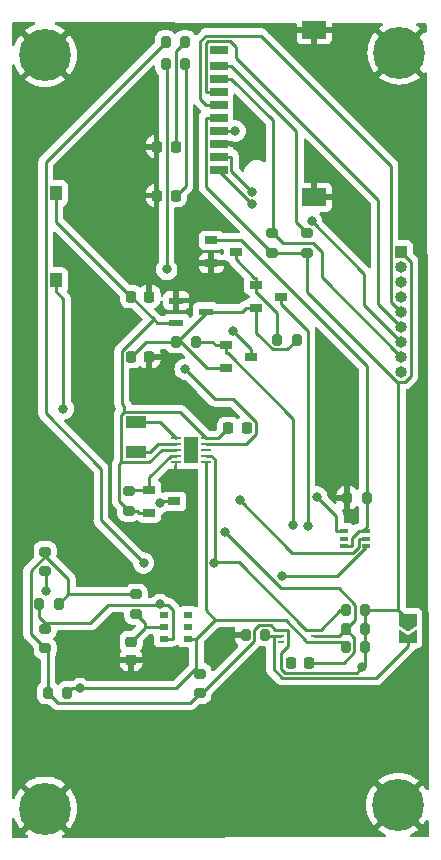
<source format=gbr>
%TF.GenerationSoftware,KiCad,Pcbnew,7.0.8-7.0.8~ubuntu20.04.1*%
%TF.CreationDate,2023-10-05T17:37:43+09:00*%
%TF.ProjectId,v0_2,76305f32-2e6b-4696-9361-645f70636258,rev?*%
%TF.SameCoordinates,Original*%
%TF.FileFunction,Copper,L1,Top*%
%TF.FilePolarity,Positive*%
%FSLAX46Y46*%
G04 Gerber Fmt 4.6, Leading zero omitted, Abs format (unit mm)*
G04 Created by KiCad (PCBNEW 7.0.8-7.0.8~ubuntu20.04.1) date 2023-10-05 17:37:43*
%MOMM*%
%LPD*%
G01*
G04 APERTURE LIST*
G04 Aperture macros list*
%AMRoundRect*
0 Rectangle with rounded corners*
0 $1 Rounding radius*
0 $2 $3 $4 $5 $6 $7 $8 $9 X,Y pos of 4 corners*
0 Add a 4 corners polygon primitive as box body*
4,1,4,$2,$3,$4,$5,$6,$7,$8,$9,$2,$3,0*
0 Add four circle primitives for the rounded corners*
1,1,$1+$1,$2,$3*
1,1,$1+$1,$4,$5*
1,1,$1+$1,$6,$7*
1,1,$1+$1,$8,$9*
0 Add four rect primitives between the rounded corners*
20,1,$1+$1,$2,$3,$4,$5,0*
20,1,$1+$1,$4,$5,$6,$7,0*
20,1,$1+$1,$6,$7,$8,$9,0*
20,1,$1+$1,$8,$9,$2,$3,0*%
%AMFreePoly0*
4,1,6,1.000000,0.000000,0.500000,-0.750000,-0.500000,-0.750000,-0.500000,0.750000,0.500000,0.750000,1.000000,0.000000,1.000000,0.000000,$1*%
%AMFreePoly1*
4,1,6,0.500000,-0.750000,-0.650000,-0.750000,-0.150000,0.000000,-0.650000,0.750000,0.500000,0.750000,0.500000,-0.750000,0.500000,-0.750000,$1*%
G04 Aperture macros list end*
%TA.AperFunction,ComponentPad*%
%ADD10C,2.600000*%
%TD*%
%TA.AperFunction,ConnectorPad*%
%ADD11C,4.400000*%
%TD*%
%TA.AperFunction,SMDPad,CuDef*%
%ADD12R,1.500000X0.800000*%
%TD*%
%TA.AperFunction,SMDPad,CuDef*%
%ADD13R,2.000000X1.500000*%
%TD*%
%TA.AperFunction,SMDPad,CuDef*%
%ADD14RoundRect,0.218750X-0.218750X-0.256250X0.218750X-0.256250X0.218750X0.256250X-0.218750X0.256250X0*%
%TD*%
%TA.AperFunction,SMDPad,CuDef*%
%ADD15R,1.800000X1.000000*%
%TD*%
%TA.AperFunction,SMDPad,CuDef*%
%ADD16RoundRect,0.200000X-0.200000X-0.275000X0.200000X-0.275000X0.200000X0.275000X-0.200000X0.275000X0*%
%TD*%
%TA.AperFunction,SMDPad,CuDef*%
%ADD17RoundRect,0.225000X-0.225000X-0.250000X0.225000X-0.250000X0.225000X0.250000X-0.225000X0.250000X0*%
%TD*%
%TA.AperFunction,SMDPad,CuDef*%
%ADD18R,1.100000X0.650000*%
%TD*%
%TA.AperFunction,SMDPad,CuDef*%
%ADD19R,1.200000X0.600000*%
%TD*%
%TA.AperFunction,SMDPad,CuDef*%
%ADD20RoundRect,0.200000X0.275000X-0.200000X0.275000X0.200000X-0.275000X0.200000X-0.275000X-0.200000X0*%
%TD*%
%TA.AperFunction,SMDPad,CuDef*%
%ADD21RoundRect,0.225000X-0.250000X0.225000X-0.250000X-0.225000X0.250000X-0.225000X0.250000X0.225000X0*%
%TD*%
%TA.AperFunction,SMDPad,CuDef*%
%ADD22R,0.800000X0.500000*%
%TD*%
%TA.AperFunction,SMDPad,CuDef*%
%ADD23RoundRect,0.225000X0.225000X0.250000X-0.225000X0.250000X-0.225000X-0.250000X0.225000X-0.250000X0*%
%TD*%
%TA.AperFunction,SMDPad,CuDef*%
%ADD24RoundRect,0.200000X-0.275000X0.200000X-0.275000X-0.200000X0.275000X-0.200000X0.275000X0.200000X0*%
%TD*%
%TA.AperFunction,SMDPad,CuDef*%
%ADD25FreePoly0,270.000000*%
%TD*%
%TA.AperFunction,SMDPad,CuDef*%
%ADD26FreePoly1,270.000000*%
%TD*%
%TA.AperFunction,SMDPad,CuDef*%
%ADD27R,1.000000X1.200000*%
%TD*%
%TA.AperFunction,ComponentPad*%
%ADD28R,1.000000X1.000000*%
%TD*%
%TA.AperFunction,ComponentPad*%
%ADD29O,1.000000X1.000000*%
%TD*%
%TA.AperFunction,SMDPad,CuDef*%
%ADD30RoundRect,0.200000X0.200000X0.275000X-0.200000X0.275000X-0.200000X-0.275000X0.200000X-0.275000X0*%
%TD*%
%TA.AperFunction,SMDPad,CuDef*%
%ADD31R,0.650000X0.400000*%
%TD*%
%TA.AperFunction,SMDPad,CuDef*%
%ADD32RoundRect,0.062500X-0.337500X-0.062500X0.337500X-0.062500X0.337500X0.062500X-0.337500X0.062500X0*%
%TD*%
%TA.AperFunction,SMDPad,CuDef*%
%ADD33R,1.300000X2.200000*%
%TD*%
%TA.AperFunction,SMDPad,CuDef*%
%ADD34R,0.550000X0.250000*%
%TD*%
%TA.AperFunction,ViaPad*%
%ADD35C,0.800000*%
%TD*%
%TA.AperFunction,Conductor*%
%ADD36C,0.250000*%
%TD*%
G04 APERTURE END LIST*
D10*
%TO.P,H4,1,1*%
%TO.N,GND*%
X15000000Y-31600000D03*
D11*
X15000000Y-31600000D03*
%TD*%
D12*
%TO.P,J2,1,DAT_2*%
%TO.N,/SDcard/DAT2*%
X-200000Y29900000D03*
%TO.P,J2,2,CD/DAT_3*%
%TO.N,/CS*%
X-200000Y28800000D03*
%TO.P,J2,3,CMD*%
%TO.N,/MOSI*%
X-200000Y27700000D03*
%TO.P,J2,4,VDD*%
%TO.N,+3.3V*%
X-200000Y26600000D03*
%TO.P,J2,5,CLK*%
%TO.N,/SCK*%
X-200000Y25500000D03*
%TO.P,J2,6,VSS*%
%TO.N,GND*%
X-200000Y24400000D03*
%TO.P,J2,7,DAT0*%
%TO.N,/MISO*%
X-200000Y23300000D03*
%TO.P,J2,8,DAT1*%
%TO.N,/SDcard/DAT1*%
X-200000Y22200000D03*
%TO.P,J2,9,NO*%
%TO.N,unconnected-(J2-NO-Pad9)*%
X-200000Y32350000D03*
%TO.P,J2,10,COM*%
%TO.N,Net-(J2-COM)*%
X-200000Y31000000D03*
D13*
%TO.P,J2,G1,GROUND_1*%
%TO.N,GND*%
X7900000Y34050000D03*
%TO.P,J2,G2,GROUND_2*%
X7900000Y19850000D03*
%TD*%
D14*
%TO.P,D2,1,K*%
%TO.N,GND*%
X-5387500Y20000000D03*
%TO.P,D2,2,A*%
%TO.N,Net-(D2-A)*%
X-3812500Y20000000D03*
%TD*%
D15*
%TO.P,Y1,1*%
%TO.N,Net-(U2-OSCI)*%
X-7200000Y800000D03*
%TO.P,Y1,2*%
%TO.N,Net-(U2-OSCO)*%
X-7200000Y-1700000D03*
%TD*%
D16*
%TO.P,R4,1*%
%TO.N,/I2C_SCL{slash}2.1B*%
X-15400000Y-14600000D03*
%TO.P,R4,2*%
%TO.N,+3.3V*%
X-13750000Y-14600000D03*
%TD*%
%TO.P,R16,1*%
%TO.N,Net-(IC3-VIN)*%
X-3810000Y7620000D03*
%TO.P,R16,2*%
%TO.N,VBUS*%
X-2160000Y7620000D03*
%TD*%
D17*
%TO.P,C4,1*%
%TO.N,V+_A0*%
X625000Y300000D03*
%TO.P,C4,2*%
%TO.N,GND*%
X2175000Y300000D03*
%TD*%
D10*
%TO.P,H1,1,1*%
%TO.N,GND*%
X-14900000Y31900000D03*
D11*
X-14900000Y31900000D03*
%TD*%
D16*
%TO.P,R13,1*%
%TO.N,/I2C_SCL{slash}2.1B*%
X10550000Y-15100000D03*
%TO.P,R13,2*%
%TO.N,+3.3V*%
X12200000Y-15100000D03*
%TD*%
%TO.P,R8,1*%
%TO.N,/RESET*%
X10550000Y-16680000D03*
%TO.P,R8,2*%
%TO.N,+3.3V*%
X12200000Y-16680000D03*
%TD*%
D18*
%TO.P,Q3,1*%
%TO.N,Net-(U2-~{INT})*%
X-6100000Y-4940000D03*
%TO.P,Q3,2*%
%TO.N,V+_A0*%
X-6100000Y-6860000D03*
%TO.P,Q3,3*%
%TO.N,/RTC_ALARM*%
X-4000000Y-5900000D03*
%TD*%
D19*
%TO.P,IC3,1,GND*%
%TO.N,GND*%
X-3790000Y11110000D03*
%TO.P,IC3,2,VOUT*%
%TO.N,V+_A0*%
X-3790000Y9210000D03*
%TO.P,IC3,3,VIN*%
%TO.N,Net-(IC3-VIN)*%
X-1290000Y10160000D03*
%TD*%
D20*
%TO.P,R2,1*%
%TO.N,V+_A0*%
X-7800000Y-6700000D03*
%TO.P,R2,2*%
%TO.N,Net-(U2-~{INT})*%
X-7800000Y-5050000D03*
%TD*%
D18*
%TO.P,Q2,1*%
%TO.N,Net-(Q2-Pad1)*%
X2980000Y12390000D03*
%TO.P,Q2,2*%
%TO.N,Net-(IC3-VIN)*%
X2980000Y10470000D03*
%TO.P,Q2,3*%
%TO.N,VSYS*%
X5080000Y11430000D03*
%TD*%
D21*
%TO.P,C5,1*%
%TO.N,Net-(U1-VDD)*%
X-7620000Y-17780000D03*
%TO.P,C5,2*%
%TO.N,GND*%
X-7620000Y-19330000D03*
%TD*%
D22*
%TO.P,U1,1,NC_1*%
%TO.N,unconnected-(U1-NC_1-Pad1)*%
X-4810000Y-15510000D03*
%TO.P,U1,2,VDD*%
%TO.N,Net-(U1-VDD)*%
X-4810000Y-16510000D03*
%TO.P,U1,3,SCL*%
%TO.N,/I2C_SCL{slash}2.1B*%
X-4810000Y-17510000D03*
%TO.P,U1,4,SDA*%
%TO.N,/I2C_SDA{slash}2.1B*%
X-2810000Y-17510000D03*
%TO.P,U1,5,GND*%
%TO.N,GND*%
X-2810000Y-16510000D03*
%TO.P,U1,6,NC_2*%
%TO.N,unconnected-(U1-NC_2-Pad6)*%
X-2810000Y-15510000D03*
%TD*%
D17*
%TO.P,C1,1*%
%TO.N,V+_A0*%
X-7620000Y11430000D03*
%TO.P,C1,2*%
%TO.N,GND*%
X-6070000Y11430000D03*
%TD*%
%TO.P,C3,1*%
%TO.N,Net-(IC3-VIN)*%
X-7620000Y6350000D03*
%TO.P,C3,2*%
%TO.N,GND*%
X-6070000Y6350000D03*
%TD*%
D10*
%TO.P,H2,1,1*%
%TO.N,GND*%
X15100000Y32100000D03*
D11*
X15100000Y32100000D03*
%TD*%
D23*
%TO.P,C6,1*%
%TO.N,/RESET*%
X7450000Y-19600000D03*
%TO.P,C6,2*%
%TO.N,GND*%
X5900000Y-19600000D03*
%TD*%
D16*
%TO.P,R17,1*%
%TO.N,/ALARM_LED*%
X-4700000Y31100000D03*
%TO.P,R17,2*%
%TO.N,Net-(D2-A)*%
X-3050000Y31100000D03*
%TD*%
D24*
%TO.P,R18,1*%
%TO.N,/I2C_SDA{slash}2.1B*%
X-1800000Y-20475000D03*
%TO.P,R18,2*%
%TO.N,+3.3V*%
X-1800000Y-22125000D03*
%TD*%
D25*
%TO.P,JP1,1,A*%
%TO.N,+3.3V*%
X15800000Y-15900000D03*
D26*
%TO.P,JP1,2,B*%
%TO.N,Net-(IC2-ADDR)*%
X15800000Y-17350000D03*
%TD*%
D18*
%TO.P,Q4,1*%
%TO.N,/VSYS_EN*%
X-830000Y16200000D03*
%TO.P,Q4,2*%
%TO.N,GND*%
X-830000Y14280000D03*
%TO.P,Q4,3*%
%TO.N,Net-(Q2-Pad1)*%
X1270000Y15240000D03*
%TD*%
D14*
%TO.P,D1,1,K*%
%TO.N,GND*%
X-5385000Y24130000D03*
%TO.P,D1,2,A*%
%TO.N,Net-(D1-A)*%
X-3810000Y24130000D03*
%TD*%
D16*
%TO.P,R14,1*%
%TO.N,/I2C_SDA{slash}2.1B*%
X10550000Y-18200000D03*
%TO.P,R14,2*%
%TO.N,+3.3V*%
X12200000Y-18200000D03*
%TD*%
D10*
%TO.P,H3,1,1*%
%TO.N,GND*%
X-14900000Y-31900000D03*
D11*
X-14900000Y-31900000D03*
%TD*%
D24*
%TO.P,R6,1*%
%TO.N,/I2C_SCL{slash}2.1B*%
X-14900000Y-16700000D03*
%TO.P,R6,2*%
%TO.N,+3.3V*%
X-14900000Y-18350000D03*
%TD*%
D27*
%TO.P,S2,1,COM*%
%TO.N,/SWITCH_STATUS*%
X-13970000Y12810000D03*
%TO.P,S2,2,NO*%
%TO.N,V+_A0*%
X-13970000Y20210000D03*
%TD*%
D16*
%TO.P,R7,1*%
%TO.N,/ACT_LED*%
X-4700000Y33000000D03*
%TO.P,R7,2*%
%TO.N,Net-(D1-A)*%
X-3050000Y33000000D03*
%TD*%
D20*
%TO.P,R9,1*%
%TO.N,+3.3V*%
X7300000Y15150000D03*
%TO.P,R9,2*%
%TO.N,Net-(J2-COM)*%
X7300000Y16800000D03*
%TD*%
%TO.P,R3,1*%
%TO.N,/I2C_INT{slash}2.3B*%
X-14900000Y-11800000D03*
%TO.P,R3,2*%
%TO.N,+3.3V*%
X-14900000Y-10150000D03*
%TD*%
D28*
%TO.P,J3,1,Pin_1*%
%TO.N,+3.3V*%
X15240000Y15240000D03*
D29*
%TO.P,J3,2,Pin_2*%
%TO.N,GND*%
X15240000Y13970000D03*
%TO.P,J3,3,Pin_3*%
%TO.N,/SCK*%
X15240000Y12700000D03*
%TO.P,J3,4,Pin_4*%
%TO.N,/MISO*%
X15240000Y11430000D03*
%TO.P,J3,5,Pin_5*%
%TO.N,/MOSI*%
X15240000Y10160000D03*
%TO.P,J3,6,Pin_6*%
%TO.N,/CS*%
X15240000Y8890000D03*
%TO.P,J3,7,Pin_7*%
%TO.N,/SDcard/DAT1*%
X15240000Y7620000D03*
%TO.P,J3,8,Pin_8*%
%TO.N,/SDcard/DAT2*%
X15240000Y6350000D03*
%TO.P,J3,9,Pin_9*%
%TO.N,/SDcard/CARDDET*%
X15240000Y5080000D03*
%TD*%
D16*
%TO.P,R1,1*%
%TO.N,Net-(Q2-Pad1)*%
X4750000Y7800000D03*
%TO.P,R1,2*%
%TO.N,Net-(IC3-VIN)*%
X6400000Y7800000D03*
%TD*%
D30*
%TO.P,R5,1*%
%TO.N,/I2C_SDA{slash}2.1B*%
X-13000000Y-22100000D03*
%TO.P,R5,2*%
%TO.N,+3.3V*%
X-14650000Y-22100000D03*
%TD*%
D16*
%TO.P,R20,1*%
%TO.N,GND*%
X2075000Y-17200000D03*
%TO.P,R20,2*%
%TO.N,Net-(IC2-ADDR)*%
X3725000Y-17200000D03*
%TD*%
D20*
%TO.P,R12,1*%
%TO.N,Net-(U1-VDD)*%
X-7200000Y-15425000D03*
%TO.P,R12,2*%
%TO.N,+3.3V*%
X-7200000Y-13775000D03*
%TD*%
D31*
%TO.P,D3,1,A1*%
%TO.N,/SWITCH_STATUS*%
X10400000Y-8400000D03*
%TO.P,D3,2,A1*%
%TO.N,unconnected-(D3A-A1-Pad2)*%
X10400000Y-9050000D03*
%TO.P,D3,3,K2*%
%TO.N,/VSYS_EN*%
X10400000Y-9700000D03*
%TO.P,D3,4,A2*%
%TO.N,/HOLD_VSYS_EN*%
X12300000Y-9700000D03*
%TO.P,D3,5,A2*%
%TO.N,/RTC_ALARM*%
X12300000Y-9050000D03*
%TO.P,D3,6,K1*%
%TO.N,/VSYS_EN*%
X12300000Y-8400000D03*
%TD*%
D32*
%TO.P,U2,1,OSCI*%
%TO.N,Net-(U2-OSCI)*%
X-3820000Y-540000D03*
%TO.P,U2,2,OSCO*%
%TO.N,Net-(U2-OSCO)*%
X-3820000Y-1040000D03*
%TO.P,U2,3,CLKOE*%
%TO.N,V+_A0*%
X-3820000Y-1540000D03*
%TO.P,U2,4,~{INT}*%
%TO.N,Net-(U2-~{INT})*%
X-3820000Y-2040000D03*
%TO.P,U2,5,VSS*%
%TO.N,GND*%
X-3820000Y-2540000D03*
%TO.P,U2,6,SDA*%
%TO.N,/I2C_SDA{slash}2.1B*%
X-1270000Y-2540000D03*
%TO.P,U2,7,SCL*%
%TO.N,/I2C_SCL{slash}2.1B*%
X-1270000Y-2040000D03*
%TO.P,U2,8,NC*%
%TO.N,unconnected-(U2-NC-Pad8)*%
X-1270000Y-1540000D03*
%TO.P,U2,9,CLKOUT*%
%TO.N,/ALARM_LED*%
X-1270000Y-1040000D03*
%TO.P,U2,10,VDD*%
%TO.N,V+_A0*%
X-1270000Y-540000D03*
D33*
%TO.P,U2,11*%
%TO.N,N/C*%
X-2545000Y-1540000D03*
%TD*%
D20*
%TO.P,R10,1*%
%TO.N,+3.3V*%
X4300000Y15175000D03*
%TO.P,R10,2*%
%TO.N,/SDcard/DAT2*%
X4300000Y16825000D03*
%TD*%
D34*
%TO.P,IC2,1,VCC*%
%TO.N,+3.3V*%
X5080000Y-16780000D03*
%TO.P,IC2,2,ADDR*%
%TO.N,Net-(IC2-ADDR)*%
X5080000Y-17280000D03*
%TO.P,IC2,3,GND*%
%TO.N,GND*%
X5080000Y-17780000D03*
%TO.P,IC2,4,SDA*%
%TO.N,/I2C_SDA{slash}2.1B*%
X7830000Y-17780000D03*
%TO.P,IC2,5,DVI*%
%TO.N,/RESET*%
X7830000Y-17280000D03*
%TO.P,IC2,6,SCL*%
%TO.N,/I2C_SCL{slash}2.1B*%
X7830000Y-16780000D03*
%TD*%
D16*
%TO.P,R15,1*%
%TO.N,GND*%
X10675000Y-5600000D03*
%TO.P,R15,2*%
%TO.N,/VSYS_EN*%
X12325000Y-5600000D03*
%TD*%
D18*
%TO.P,Q1,1*%
%TO.N,VBUS*%
X440000Y7310000D03*
%TO.P,Q1,2*%
%TO.N,Net-(IC3-VIN)*%
X440000Y5390000D03*
%TO.P,Q1,3*%
%TO.N,+BATT*%
X2540000Y6350000D03*
%TD*%
D35*
%TO.N,/MISO*%
X2628900Y20291400D03*
%TO.N,/SDcard/DAT1*%
X7673500Y17809400D03*
X2593600Y19277900D03*
%TO.N,/SCK*%
X1198900Y25460000D03*
%TO.N,/ALARM_LED*%
X-3045000Y5295900D03*
X-4597500Y13740700D03*
%TO.N,+BATT*%
X1020400Y8521500D03*
%TO.N,VBUS*%
X6123200Y-7924800D03*
%TO.N,VSYS*%
X7331900Y-7963200D03*
%TO.N,+3.3V*%
X11957900Y-19957100D03*
%TO.N,/RESET*%
X344600Y-8503400D03*
%TO.N,/RTC_ALARM*%
X-5183600Y-6046600D03*
X1614700Y-5805900D03*
%TO.N,/SWITCH_STATUS*%
X8110900Y-5511900D03*
X-13356800Y1950000D03*
%TO.N,/ACT_LED*%
X-6563700Y-11118400D03*
%TO.N,/I2C_SCL{slash}2.1B*%
X-5172100Y-14623700D03*
X-572500Y-11099300D03*
%TO.N,/I2C_SDA{slash}2.1B*%
X-11943000Y-21734600D03*
%TO.N,/I2C_INT{slash}2.3B*%
X-14783700Y-13485700D03*
%TO.N,/HOLD_VSYS_EN*%
X5126600Y-12237600D03*
%TO.N,GND*%
X-15240000Y-2600000D03*
X-13506900Y22093000D03*
%TD*%
D36*
%TO.N,/MOSI*%
X-200000Y27700000D02*
X-1276900Y27700000D01*
X-1751800Y28174900D02*
X-1276900Y27700000D01*
X-1751800Y33052800D02*
X-1751800Y28174900D01*
X-1258600Y33546000D02*
X-1751800Y33052800D01*
X3376000Y33546000D02*
X-1258600Y33546000D01*
X14382800Y22539200D02*
X3376000Y33546000D01*
X14382800Y11017200D02*
X14382800Y22539200D01*
X15240000Y10160000D02*
X14382800Y11017200D01*
%TO.N,/MISO*%
X-200000Y23300000D02*
X876900Y23300000D01*
X876900Y22043400D02*
X2628900Y20291400D01*
X876900Y23300000D02*
X876900Y22043400D01*
%TO.N,Net-(J2-COM)*%
X6372900Y25504000D02*
X876900Y31000000D01*
X6372900Y17727100D02*
X6372900Y25504000D01*
X7300000Y16800000D02*
X6372900Y17727100D01*
X-200000Y31000000D02*
X876900Y31000000D01*
%TO.N,/SDcard/DAT1*%
X-200000Y22071500D02*
X-200000Y22200000D01*
X2593600Y19277900D02*
X-200000Y22071500D01*
X12106500Y13376400D02*
X7673500Y17809400D01*
X12106500Y10753500D02*
X12106500Y13376400D01*
X15240000Y7620000D02*
X12106500Y10753500D01*
%TO.N,/SDcard/DAT2*%
X-200000Y29900000D02*
X876900Y29900000D01*
X5256200Y15975000D02*
X4406200Y16825000D01*
X7744700Y15975000D02*
X5256200Y15975000D01*
X8507900Y15211800D02*
X7744700Y15975000D01*
X8507900Y13082100D02*
X8507900Y15211800D01*
X15240000Y6350000D02*
X8507900Y13082100D01*
X4406200Y16825000D02*
X4300000Y16825000D01*
X4406200Y26370700D02*
X4406200Y16825000D01*
X876900Y29900000D02*
X4406200Y26370700D01*
%TO.N,/SCK*%
X-200000Y25500000D02*
X876900Y25500000D01*
X916900Y25460000D02*
X876900Y25500000D01*
X1198900Y25460000D02*
X916900Y25460000D01*
%TO.N,/CS*%
X13326500Y10803500D02*
X15240000Y8890000D01*
X13326500Y19590800D02*
X13326500Y10803500D01*
X1250300Y31667000D02*
X13326500Y19590800D01*
X1250300Y32570600D02*
X1250300Y31667000D01*
X744000Y33076900D02*
X1250300Y32570600D01*
X-1085400Y33076900D02*
X744000Y33076900D01*
X-1276900Y32885400D02*
X-1085400Y33076900D01*
X-1276900Y28800000D02*
X-1276900Y32885400D01*
X-200000Y28800000D02*
X-1276900Y28800000D01*
%TO.N,Net-(D2-A)*%
X-2998600Y20813900D02*
X-3812500Y20000000D01*
X-2998600Y31048600D02*
X-2998600Y20813900D01*
X-3050000Y31100000D02*
X-2998600Y31048600D01*
%TO.N,Net-(IC2-ADDR)*%
X15800000Y-17350000D02*
X15800000Y-18176900D01*
X4442500Y-20103400D02*
X4442500Y-17280000D01*
X5196000Y-20856900D02*
X4442500Y-20103400D01*
X13120000Y-20856900D02*
X5196000Y-20856900D01*
X15800000Y-18176900D02*
X13120000Y-20856900D01*
X5080000Y-17280000D02*
X4442500Y-17280000D01*
X3805000Y-17280000D02*
X3725000Y-17200000D01*
X4442500Y-17280000D02*
X3805000Y-17280000D01*
%TO.N,/ALARM_LED*%
X-4597500Y30997500D02*
X-4700000Y31100000D01*
X-4597500Y13740700D02*
X-4597500Y30997500D01*
X-504600Y2755500D02*
X-3045000Y5295900D01*
X1051900Y2755500D02*
X-504600Y2755500D01*
X2961900Y845500D02*
X1051900Y2755500D01*
X2961900Y-210400D02*
X2961900Y845500D01*
X2132300Y-1040000D02*
X2961900Y-210400D01*
X-1270000Y-1040000D02*
X2132300Y-1040000D01*
%TO.N,/VSYS_EN*%
X11051900Y-8996200D02*
X11051900Y-9700000D01*
X11648100Y-8400000D02*
X11051900Y-8996200D01*
X10400000Y-9700000D02*
X11051900Y-9700000D01*
X12300000Y-8400000D02*
X11974100Y-8400000D01*
X11974100Y-8400000D02*
X11648100Y-8400000D01*
X12325000Y-8049100D02*
X12325000Y-5600000D01*
X11974100Y-8400000D02*
X12325000Y-8049100D01*
X1660500Y16200000D02*
X-830000Y16200000D01*
X12325000Y5535500D02*
X1660500Y16200000D01*
X12325000Y-5600000D02*
X12325000Y5535500D01*
%TO.N,Net-(D1-A)*%
X-3810000Y32240000D02*
X-3050000Y33000000D01*
X-3810000Y24130000D02*
X-3810000Y32240000D01*
%TO.N,Net-(U2-OSCO)*%
X-5313100Y-1040000D02*
X-5973100Y-1700000D01*
X-3820000Y-1040000D02*
X-5313100Y-1040000D01*
X-7200000Y-1700000D02*
X-5973100Y-1700000D01*
%TO.N,Net-(U2-OSCI)*%
X-5160000Y800000D02*
X-7200000Y800000D01*
X-3820000Y-540000D02*
X-5160000Y800000D01*
%TO.N,V+_A0*%
X-6100000Y-6860000D02*
X-6976900Y-6860000D01*
X-7136900Y-6700000D02*
X-6976900Y-6860000D01*
X-7800000Y-6700000D02*
X-7136900Y-6700000D01*
X-5400000Y9210000D02*
X-5710100Y9520200D01*
X-3790000Y9210000D02*
X-5400000Y9210000D01*
X-8406500Y6823800D02*
X-5710100Y9520200D01*
X-8406500Y2368300D02*
X-8406500Y6823800D01*
X-8216700Y2178500D02*
X-8406500Y2368300D01*
X-8216700Y1678300D02*
X-8216700Y2178500D01*
X-8435100Y1459900D02*
X-8435100Y-2581900D01*
X-8216700Y1678300D02*
X-8435100Y1459900D01*
X-8604900Y-2751700D02*
X-8435100Y-2581900D01*
X-8604900Y-5895100D02*
X-8604900Y-2751700D01*
X-7800000Y-6700000D02*
X-8604900Y-5895100D01*
X-5034100Y-1540000D02*
X-3820000Y-1540000D01*
X-6076000Y-2581900D02*
X-5034100Y-1540000D01*
X-8435100Y-2581900D02*
X-6076000Y-2581900D01*
X-3488300Y1678300D02*
X-8216700Y1678300D01*
X-1270000Y-540000D02*
X-3488300Y1678300D01*
X-215000Y-540000D02*
X-1270000Y-540000D01*
X625000Y300000D02*
X-215000Y-540000D01*
X-5710100Y9520200D02*
X-7620000Y11430000D01*
X-13970000Y17780000D02*
X-13970000Y20210000D01*
X-7620000Y11430000D02*
X-13970000Y17780000D01*
%TO.N,Net-(U2-~{INT})*%
X-7690000Y-4940000D02*
X-7800000Y-5050000D01*
X-6100000Y-4940000D02*
X-7690000Y-4940000D01*
X-6100000Y-3867100D02*
X-6100000Y-4940000D01*
X-4272900Y-2040000D02*
X-6100000Y-3867100D01*
X-3820000Y-2040000D02*
X-4272900Y-2040000D01*
%TO.N,Net-(Q2-Pad1)*%
X2980000Y12390000D02*
X2980000Y11738100D01*
X2816200Y13041900D02*
X2980000Y13041900D01*
X1270000Y14588100D02*
X2816200Y13041900D01*
X1270000Y15240000D02*
X1270000Y14588100D01*
X2980000Y12390000D02*
X2980000Y13041900D01*
X4750000Y10045800D02*
X4750000Y7800000D01*
X3057700Y11738100D02*
X4750000Y10045800D01*
X2980000Y11738100D02*
X3057700Y11738100D01*
%TO.N,Net-(U1-VDD)*%
X-4810000Y-16510000D02*
X-6448100Y-16510000D01*
X-6448100Y-16608100D02*
X-6448100Y-16510000D01*
X-7620000Y-17780000D02*
X-6448100Y-16608100D01*
X-6448100Y-16176900D02*
X-7200000Y-15425000D01*
X-6448100Y-16510000D02*
X-6448100Y-16176900D01*
%TO.N,+BATT*%
X2540000Y6350000D02*
X2540000Y7001900D01*
X1020400Y8521500D02*
X2540000Y7001900D01*
%TO.N,Net-(IC3-VIN)*%
X2980000Y10470000D02*
X2980000Y9818100D01*
X5570700Y6970700D02*
X6400000Y7800000D01*
X4358000Y6970700D02*
X5570700Y6970700D01*
X2980000Y8348700D02*
X4358000Y6970700D01*
X2980000Y9818100D02*
X2980000Y8348700D01*
X-6350000Y7620000D02*
X-7620000Y6350000D01*
X-3810000Y7620000D02*
X-6350000Y7620000D01*
X-1290000Y10160000D02*
X-1281600Y10151600D01*
X1784700Y10151600D02*
X2103100Y10470000D01*
X-1281600Y10151600D02*
X1784700Y10151600D01*
X2980000Y10470000D02*
X2103100Y10470000D01*
X-1162900Y5390000D02*
X440000Y5390000D01*
X-3541100Y7768300D02*
X-1162900Y5390000D01*
X-1281600Y10027800D02*
X-3541100Y7768300D01*
X-1281600Y10151600D02*
X-1281600Y10027800D01*
X-3715200Y7714800D02*
X-3810000Y7620000D01*
X-3594600Y7714800D02*
X-3715200Y7714800D01*
X-3541100Y7768300D02*
X-3594600Y7714800D01*
%TO.N,VBUS*%
X-746900Y7620000D02*
X-2160000Y7620000D01*
X-436900Y7310000D02*
X-746900Y7620000D01*
X1600Y7310000D02*
X50000Y7310000D01*
X1600Y7310000D02*
X-436900Y7310000D01*
X440000Y7310000D02*
X50000Y7310000D01*
X551500Y6658100D02*
X440000Y6658100D01*
X6123200Y1086400D02*
X551500Y6658100D01*
X6123200Y-7924800D02*
X6123200Y1086400D01*
X440000Y7310000D02*
X440000Y6658100D01*
%TO.N,VSYS*%
X5080000Y11430000D02*
X5080000Y10778100D01*
X7331900Y8526200D02*
X7331900Y-7963200D01*
X5080000Y10778100D02*
X7331900Y8526200D01*
%TO.N,+3.3V*%
X12200000Y-18200000D02*
X12200000Y-16680000D01*
X-1276900Y20751900D02*
X4300000Y15175000D01*
X-1276900Y26600000D02*
X-1276900Y20751900D01*
X-200000Y26600000D02*
X-1276900Y26600000D01*
X12200000Y-15100000D02*
X12200000Y-16680000D01*
X15800000Y-15900000D02*
X15000000Y-15100000D01*
X15000000Y-15100000D02*
X12200000Y-15100000D01*
X15000000Y-15100000D02*
X15000000Y4221100D01*
X15584800Y4221100D02*
X15000000Y4221100D01*
X16069300Y4705600D02*
X15584800Y4221100D01*
X16069300Y14410700D02*
X16069300Y4705600D01*
X15240000Y15240000D02*
X16069300Y14410700D01*
X-13819000Y-22931000D02*
X-14650000Y-22100000D01*
X-2606000Y-22931000D02*
X-13819000Y-22931000D01*
X-1800000Y-22125000D02*
X-2606000Y-22931000D01*
X5080000Y-16780000D02*
X4478100Y-16780000D01*
X4478100Y-16684200D02*
X4478100Y-16780000D01*
X4191200Y-16397300D02*
X4478100Y-16684200D01*
X3232300Y-16397300D02*
X4191200Y-16397300D01*
X2802700Y-16826900D02*
X3232300Y-16397300D01*
X2802700Y-17693600D02*
X2802700Y-16826900D01*
X-1628700Y-22125000D02*
X2802700Y-17693600D01*
X-1800000Y-22125000D02*
X-1628700Y-22125000D01*
X5080000Y-16780000D02*
X5681900Y-16780000D01*
X7300000Y11847700D02*
X7300000Y15150000D01*
X14926600Y4221100D02*
X7300000Y11847700D01*
X15000000Y4221100D02*
X14926600Y4221100D01*
X4325000Y15150000D02*
X4300000Y15175000D01*
X7300000Y15150000D02*
X4325000Y15150000D01*
X11511100Y-20403900D02*
X11957900Y-19957100D01*
X5412500Y-20403900D02*
X11511100Y-20403900D01*
X5087700Y-20079100D02*
X5412500Y-20403900D01*
X5087700Y-18736300D02*
X5087700Y-20079100D01*
X5681900Y-18142100D02*
X5087700Y-18736300D01*
X5681900Y-16780000D02*
X5681900Y-18142100D01*
X12200000Y-19715000D02*
X12200000Y-18200000D01*
X11957900Y-19957100D02*
X12200000Y-19715000D01*
X-14650000Y-18600000D02*
X-14900000Y-18350000D01*
X-14650000Y-22100000D02*
X-14650000Y-18600000D01*
X-7200000Y-13775000D02*
X-12925000Y-13775000D01*
X-12925000Y-13775000D02*
X-13750000Y-14600000D01*
X-16128600Y-11784000D02*
X-14884600Y-10540000D01*
X-16128600Y-17121400D02*
X-16128600Y-11784000D01*
X-14900000Y-18350000D02*
X-16128600Y-17121400D01*
X-14900000Y-10524600D02*
X-14884600Y-10540000D01*
X-14900000Y-10150000D02*
X-14900000Y-10524600D01*
X-12925000Y-12499600D02*
X-12925000Y-13775000D01*
X-14884600Y-10540000D02*
X-12925000Y-12499600D01*
%TO.N,/RESET*%
X5099800Y-13258600D02*
X344600Y-8503400D01*
X9947000Y-13258600D02*
X5099800Y-13258600D01*
X11328800Y-14640400D02*
X9947000Y-13258600D01*
X11328800Y-15901200D02*
X11328800Y-14640400D01*
X10550000Y-16680000D02*
X11328800Y-15901200D01*
X10386100Y-19600000D02*
X7450000Y-19600000D01*
X11296600Y-18689500D02*
X10386100Y-19600000D01*
X11296600Y-17426600D02*
X11296600Y-18689500D01*
X10550000Y-16680000D02*
X11296600Y-17426600D01*
X9950000Y-17280000D02*
X10550000Y-16680000D01*
X7830000Y-17280000D02*
X9950000Y-17280000D01*
%TO.N,/RTC_ALARM*%
X12300000Y-9050000D02*
X11648100Y-9050000D01*
X-5037000Y-5900000D02*
X-5183600Y-6046600D01*
X-4000000Y-5900000D02*
X-5037000Y-5900000D01*
X6038600Y-10229800D02*
X1614700Y-5805900D01*
X11176800Y-10229800D02*
X6038600Y-10229800D01*
X11648100Y-9758500D02*
X11176800Y-10229800D01*
X11648100Y-9050000D02*
X11648100Y-9758500D01*
%TO.N,/SWITCH_STATUS*%
X10400000Y-8400000D02*
X9748100Y-8400000D01*
X9748100Y-7149100D02*
X9748100Y-8400000D01*
X8110900Y-5511900D02*
X9748100Y-7149100D01*
X-13356800Y11269900D02*
X-13970000Y11883100D01*
X-13356800Y1950000D02*
X-13356800Y11269900D01*
X-13970000Y12810000D02*
X-13970000Y11883100D01*
%TO.N,/ACT_LED*%
X-10171700Y-7510400D02*
X-6563700Y-11118400D01*
X-10171700Y-3118300D02*
X-10171700Y-7510400D01*
X-14838700Y1548700D02*
X-10171700Y-3118300D01*
X-14838700Y22861300D02*
X-14838700Y1548700D01*
X-4700000Y33000000D02*
X-14838700Y22861300D01*
%TO.N,/I2C_SCL{slash}2.1B*%
X-4810000Y-17510000D02*
X-4083100Y-17510000D01*
X-14900000Y-16200000D02*
X-14900000Y-16700000D01*
X-15400000Y-15700000D02*
X-14900000Y-16200000D01*
X-15400000Y-14600000D02*
X-15400000Y-15700000D01*
X-9531000Y-14671900D02*
X-5172100Y-14671900D01*
X-11059100Y-16200000D02*
X-9531000Y-14671900D01*
X-14900000Y-16200000D02*
X-11059100Y-16200000D01*
X-5172100Y-14623700D02*
X-5172100Y-14671900D01*
X10111900Y-15100000D02*
X10550000Y-15100000D01*
X8431900Y-16780000D02*
X10111900Y-15100000D01*
X8131000Y-16780000D02*
X8431900Y-16780000D01*
X-4491400Y-14671900D02*
X-5172100Y-14671900D01*
X-4083100Y-15080200D02*
X-4491400Y-14671900D01*
X-4083100Y-17510000D02*
X-4083100Y-15080200D01*
X8131000Y-16780000D02*
X7830000Y-16780000D01*
X7830000Y-16780000D02*
X7228100Y-16780000D01*
X1490100Y-11042000D02*
X-515200Y-11042000D01*
X7228100Y-16780000D02*
X1490100Y-11042000D01*
X-572500Y-11099300D02*
X-515200Y-11042000D01*
X-813500Y-2040000D02*
X-1270000Y-2040000D01*
X-515200Y-2338300D02*
X-813500Y-2040000D01*
X-515200Y-11042000D02*
X-515200Y-2338300D01*
%TO.N,/I2C_SDA{slash}2.1B*%
X10130000Y-17780000D02*
X8431900Y-17780000D01*
X10550000Y-18200000D02*
X10130000Y-17780000D01*
X7876600Y-17780000D02*
X8431900Y-17780000D01*
X-12634600Y-21734600D02*
X-11943000Y-21734600D01*
X-13000000Y-22100000D02*
X-12634600Y-21734600D01*
X-3844400Y-21734600D02*
X-11943000Y-21734600D01*
X-2192400Y-20082600D02*
X-3844400Y-21734600D01*
X-1800000Y-20475000D02*
X-2192400Y-20082600D01*
X-2083100Y-19973300D02*
X-2083100Y-17510000D01*
X-2192400Y-20082600D02*
X-2083100Y-19973300D01*
X-2810000Y-17510000D02*
X-2083100Y-17510000D01*
X7876600Y-17780000D02*
X7830000Y-17780000D01*
X7830000Y-17780000D02*
X7228100Y-17780000D01*
X5470200Y-15924700D02*
X-497800Y-15924700D01*
X7228100Y-17682600D02*
X5470200Y-15924700D01*
X7228100Y-17780000D02*
X7228100Y-17682600D01*
X-497800Y-15924700D02*
X-2083100Y-17510000D01*
X-1299400Y-15123100D02*
X-497800Y-15924700D01*
X-1299400Y-2569400D02*
X-1299400Y-15123100D01*
X-1270000Y-2540000D02*
X-1299400Y-2569400D01*
%TO.N,/I2C_INT{slash}2.3B*%
X-14783700Y-11916300D02*
X-14783700Y-13485700D01*
X-14900000Y-11800000D02*
X-14783700Y-11916300D01*
%TO.N,/HOLD_VSYS_EN*%
X12300000Y-9771500D02*
X12300000Y-9700000D01*
X9833900Y-12237600D02*
X12300000Y-9771500D01*
X5126600Y-12237600D02*
X9833900Y-12237600D01*
%TD*%
%TA.AperFunction,Conductor*%
%TO.N,GND*%
G36*
X-15735106Y-32623624D02*
G01*
X-15583068Y-32768592D01*
X-15480777Y-32834330D01*
X-16624968Y-33978521D01*
X-16624968Y-33978522D01*
X-16436584Y-34126112D01*
X-16436569Y-34126122D01*
X-16370114Y-34166296D01*
X-16322926Y-34217823D01*
X-16311087Y-34286682D01*
X-16338355Y-34351011D01*
X-16396074Y-34390386D01*
X-16433912Y-34396413D01*
X-17575649Y-34399647D01*
X-17642744Y-34380152D01*
X-17688648Y-34327478D01*
X-17700000Y-34275647D01*
X-17700000Y-32804754D01*
X-17680315Y-32737715D01*
X-17627511Y-32691960D01*
X-17558353Y-32682016D01*
X-17494797Y-32711041D01*
X-17457615Y-32767864D01*
X-17429164Y-32859164D01*
X-17429160Y-32859175D01*
X-17295102Y-33157041D01*
X-17295101Y-33157043D01*
X-17126118Y-33436576D01*
X-17126112Y-33436584D01*
X-16978521Y-33624968D01*
X-15835788Y-32482235D01*
X-15735106Y-32623624D01*
G37*
%TD.AperFunction*%
%TA.AperFunction,Conductor*%
G36*
X-8232461Y-15317085D02*
G01*
X-8186706Y-15369889D01*
X-8175500Y-15421400D01*
X-8175500Y-15681616D01*
X-8169086Y-15752196D01*
X-8118478Y-15914606D01*
X-8030472Y-16060185D01*
X-7910185Y-16180472D01*
X-7764606Y-16268478D01*
X-7602196Y-16319086D01*
X-7531616Y-16325500D01*
X-7349452Y-16325500D01*
X-7282413Y-16345185D01*
X-7236658Y-16397989D01*
X-7226714Y-16467147D01*
X-7255739Y-16530703D01*
X-7261771Y-16537181D01*
X-7517771Y-16793181D01*
X-7579094Y-16826666D01*
X-7605452Y-16829500D01*
X-7918336Y-16829500D01*
X-7918355Y-16829501D01*
X-8017707Y-16839650D01*
X-8017710Y-16839651D01*
X-8178694Y-16892996D01*
X-8178697Y-16892997D01*
X-8178699Y-16892998D01*
X-8178705Y-16893001D01*
X-8323040Y-16982029D01*
X-8323044Y-16982032D01*
X-8442967Y-17101955D01*
X-8442970Y-17101959D01*
X-8531998Y-17246294D01*
X-8531999Y-17246297D01*
X-8532003Y-17246303D01*
X-8585349Y-17407292D01*
X-8595500Y-17506655D01*
X-8595499Y-17797804D01*
X-8595499Y-18053337D01*
X-8595498Y-18053355D01*
X-8592395Y-18083731D01*
X-8585349Y-18152708D01*
X-8532003Y-18313697D01*
X-8442968Y-18458044D01*
X-8433343Y-18467668D01*
X-8399856Y-18528987D01*
X-8404835Y-18598679D01*
X-8433339Y-18643034D01*
X-8442572Y-18652267D01*
X-8442575Y-18652271D01*
X-8531542Y-18796507D01*
X-8531547Y-18796518D01*
X-8584855Y-18957393D01*
X-8594999Y-19056677D01*
X-8595000Y-19056690D01*
X-8595000Y-19080000D01*
X-6645001Y-19080000D01*
X-6645001Y-19056677D01*
X-6655144Y-18957392D01*
X-6708452Y-18796518D01*
X-6708457Y-18796507D01*
X-6797424Y-18652271D01*
X-6797428Y-18652265D01*
X-6806663Y-18643031D01*
X-6840146Y-18581707D01*
X-6835159Y-18512015D01*
X-6806660Y-18467672D01*
X-6797032Y-18458044D01*
X-6797029Y-18458040D01*
X-6708001Y-18313705D01*
X-6707996Y-18313694D01*
X-6654651Y-18152709D01*
X-6644500Y-18053352D01*
X-6644500Y-17740453D01*
X-6624815Y-17673414D01*
X-6608181Y-17652772D01*
X-6127228Y-17171819D01*
X-6065905Y-17138334D01*
X-6039547Y-17135500D01*
X-5834500Y-17135500D01*
X-5767461Y-17155185D01*
X-5721706Y-17207989D01*
X-5710500Y-17259500D01*
X-5710499Y-17536784D01*
X-5710499Y-17807872D01*
X-5704091Y-17867483D01*
X-5653796Y-18002331D01*
X-5567546Y-18117546D01*
X-5452331Y-18203796D01*
X-5317483Y-18254091D01*
X-5257873Y-18260500D01*
X-4362128Y-18260499D01*
X-4313757Y-18255299D01*
X-4302516Y-18254091D01*
X-4167671Y-18203797D01*
X-4167668Y-18203795D01*
X-4109046Y-18159911D01*
X-4047502Y-18136956D01*
X-4047625Y-18135990D01*
X-4042129Y-18135295D01*
X-4026102Y-18133270D01*
X-4022291Y-18132910D01*
X-3964962Y-18129304D01*
X-3957192Y-18126779D01*
X-3934414Y-18121687D01*
X-3926308Y-18120664D01*
X-3872906Y-18099520D01*
X-3869270Y-18098211D01*
X-3814659Y-18080467D01*
X-3807761Y-18076089D01*
X-3786968Y-18065495D01*
X-3779368Y-18062486D01*
X-3779365Y-18062484D01*
X-3779363Y-18062483D01*
X-3767761Y-18054053D01*
X-3701955Y-18030572D01*
X-3633901Y-18046397D01*
X-3595609Y-18080057D01*
X-3567546Y-18117546D01*
X-3452331Y-18203796D01*
X-3317483Y-18254091D01*
X-3257873Y-18260500D01*
X-2832599Y-18260499D01*
X-2765561Y-18280183D01*
X-2719806Y-18332987D01*
X-2708600Y-18384499D01*
X-2708600Y-19662847D01*
X-2728285Y-19729886D01*
X-2744919Y-19750528D01*
X-4067172Y-21072781D01*
X-4128495Y-21106266D01*
X-4154853Y-21109100D01*
X-11239252Y-21109100D01*
X-11306291Y-21089415D01*
X-11331400Y-21068074D01*
X-11337126Y-21061714D01*
X-11337130Y-21061710D01*
X-11490265Y-20950451D01*
X-11490270Y-20950448D01*
X-11663192Y-20873457D01*
X-11663197Y-20873455D01*
X-11815897Y-20840998D01*
X-11848354Y-20834100D01*
X-12037646Y-20834100D01*
X-12077001Y-20842465D01*
X-12222802Y-20873455D01*
X-12222807Y-20873457D01*
X-12395729Y-20950448D01*
X-12395734Y-20950451D01*
X-12548864Y-21061706D01*
X-12548872Y-21061713D01*
X-12554600Y-21068074D01*
X-12614088Y-21104721D01*
X-12646748Y-21109100D01*
X-12673952Y-21109100D01*
X-12680823Y-21109967D01*
X-12686642Y-21110425D01*
X-12733226Y-21111889D01*
X-12752469Y-21117480D01*
X-12771519Y-21121425D01*
X-12780058Y-21122504D01*
X-12791392Y-21123936D01*
X-12791984Y-21124011D01*
X-12799763Y-21124500D01*
X-13256616Y-21124500D01*
X-13277778Y-21126423D01*
X-13327192Y-21130913D01*
X-13327194Y-21130913D01*
X-13327196Y-21130914D01*
X-13489606Y-21181522D01*
X-13625499Y-21263673D01*
X-13635188Y-21269530D01*
X-13737319Y-21371661D01*
X-13798642Y-21405146D01*
X-13868334Y-21400162D01*
X-13912681Y-21371661D01*
X-13988181Y-21296161D01*
X-14021666Y-21234838D01*
X-14024500Y-21208480D01*
X-14024500Y-19580000D01*
X-8594999Y-19580000D01*
X-8594999Y-19603307D01*
X-8594998Y-19603322D01*
X-8584855Y-19702607D01*
X-8531547Y-19863481D01*
X-8531542Y-19863492D01*
X-8442575Y-20007728D01*
X-8442572Y-20007732D01*
X-8322732Y-20127572D01*
X-8322728Y-20127575D01*
X-8178492Y-20216542D01*
X-8178481Y-20216547D01*
X-8017606Y-20269855D01*
X-7918316Y-20279999D01*
X-7870000Y-20279998D01*
X-7870000Y-19580000D01*
X-7370000Y-19580000D01*
X-7370000Y-20279999D01*
X-7321692Y-20279999D01*
X-7321677Y-20279998D01*
X-7222392Y-20269855D01*
X-7061518Y-20216547D01*
X-7061507Y-20216542D01*
X-6917271Y-20127575D01*
X-6917267Y-20127572D01*
X-6797427Y-20007732D01*
X-6797424Y-20007728D01*
X-6708457Y-19863492D01*
X-6708452Y-19863481D01*
X-6655144Y-19702606D01*
X-6645000Y-19603322D01*
X-6645000Y-19580000D01*
X-7370000Y-19580000D01*
X-7870000Y-19580000D01*
X-8594999Y-19580000D01*
X-14024500Y-19580000D01*
X-14024500Y-18945267D01*
X-14006616Y-18881116D01*
X-13981524Y-18839611D01*
X-13981523Y-18839607D01*
X-13981522Y-18839606D01*
X-13930914Y-18677196D01*
X-13930913Y-18677194D01*
X-13930913Y-18677192D01*
X-13924699Y-18608807D01*
X-13924500Y-18606616D01*
X-13924500Y-18093384D01*
X-13926642Y-18069810D01*
X-13930913Y-18022807D01*
X-13981522Y-17860393D01*
X-14069530Y-17714811D01*
X-14069531Y-17714810D01*
X-14171661Y-17612681D01*
X-14205146Y-17551358D01*
X-14200162Y-17481666D01*
X-14171661Y-17437319D01*
X-14069530Y-17335188D01*
X-14063975Y-17326000D01*
X-13981522Y-17189606D01*
X-13930914Y-17027196D01*
X-13930913Y-17027194D01*
X-13930913Y-17027192D01*
X-13924500Y-16956613D01*
X-13924500Y-16949500D01*
X-13904815Y-16882461D01*
X-13852011Y-16836706D01*
X-13800500Y-16825500D01*
X-11141843Y-16825500D01*
X-11126222Y-16827224D01*
X-11126196Y-16826939D01*
X-11118440Y-16827671D01*
X-11118433Y-16827673D01*
X-11049286Y-16825500D01*
X-11019750Y-16825500D01*
X-11014055Y-16824780D01*
X-11012872Y-16824631D01*
X-11007044Y-16824172D01*
X-10974247Y-16823141D01*
X-10960472Y-16822709D01*
X-10941244Y-16817122D01*
X-10922186Y-16813174D01*
X-10902308Y-16810664D01*
X-10902306Y-16810663D01*
X-10902304Y-16810663D01*
X-10858987Y-16793512D01*
X-10853458Y-16791619D01*
X-10808709Y-16778618D01*
X-10808706Y-16778616D01*
X-10791471Y-16768423D01*
X-10773994Y-16759861D01*
X-10755370Y-16752487D01*
X-10755369Y-16752486D01*
X-10755368Y-16752486D01*
X-10717645Y-16725079D01*
X-10712793Y-16721892D01*
X-10675766Y-16699995D01*
X-10672683Y-16698172D01*
X-10672674Y-16698165D01*
X-10658515Y-16684006D01*
X-10643719Y-16671368D01*
X-10627513Y-16659594D01*
X-10620406Y-16651004D01*
X-10597809Y-16623688D01*
X-10593886Y-16619376D01*
X-9308229Y-15333719D01*
X-9246906Y-15300234D01*
X-9220548Y-15297400D01*
X-8299500Y-15297400D01*
X-8232461Y-15317085D01*
G37*
%TD.AperFunction*%
%TA.AperFunction,Conductor*%
G36*
X1157112Y-16569885D02*
G01*
X1202867Y-16622689D01*
X1212811Y-16691847D01*
X1208459Y-16711090D01*
X1181408Y-16797898D01*
X1175000Y-16868427D01*
X1175000Y-16950000D01*
X2053200Y-16950000D01*
X2120239Y-16969685D01*
X2165994Y-17022489D01*
X2177200Y-17074000D01*
X2177200Y-17326000D01*
X2157515Y-17393039D01*
X2104711Y-17438794D01*
X2053200Y-17450000D01*
X1175001Y-17450000D01*
X1175001Y-17531582D01*
X1181408Y-17602102D01*
X1181409Y-17602107D01*
X1231981Y-17764396D01*
X1319926Y-17909875D01*
X1423198Y-18013146D01*
X1456683Y-18074469D01*
X1451699Y-18144161D01*
X1423198Y-18188509D01*
X-619143Y-20230852D01*
X-680466Y-20264337D01*
X-750158Y-20259353D01*
X-806091Y-20217481D01*
X-830315Y-20154397D01*
X-830914Y-20147806D01*
X-830913Y-20147806D01*
X-830914Y-20147804D01*
X-874561Y-20007732D01*
X-881522Y-19985393D01*
X-969530Y-19839811D01*
X-1089811Y-19719530D01*
X-1235393Y-19631522D01*
X-1273886Y-19619527D01*
X-1370492Y-19589424D01*
X-1428638Y-19550688D01*
X-1456612Y-19486663D01*
X-1457600Y-19471040D01*
X-1457600Y-17820452D01*
X-1437915Y-17753413D01*
X-1421281Y-17732771D01*
X-275029Y-16586519D01*
X-213706Y-16553034D01*
X-187348Y-16550200D01*
X1090073Y-16550200D01*
X1157112Y-16569885D01*
G37*
%TD.AperFunction*%
%TA.AperFunction,Conductor*%
G36*
X8089643Y8868927D02*
G01*
X8136326Y8839582D01*
X11663181Y5312728D01*
X11696666Y5251405D01*
X11699500Y5225047D01*
X11699500Y-4708480D01*
X11679815Y-4775519D01*
X11663181Y-4796161D01*
X11587327Y-4872015D01*
X11526004Y-4905500D01*
X11456312Y-4900516D01*
X11411965Y-4872015D01*
X11309877Y-4769927D01*
X11164395Y-4681980D01*
X11164396Y-4681980D01*
X11002105Y-4631409D01*
X11002106Y-4631409D01*
X10931572Y-4625000D01*
X10925000Y-4625000D01*
X10925000Y-6574999D01*
X10931581Y-6574999D01*
X11002102Y-6568591D01*
X11002107Y-6568590D01*
X11164396Y-6518018D01*
X11309877Y-6430072D01*
X11309878Y-6430071D01*
X11411963Y-6327985D01*
X11473286Y-6294499D01*
X11542977Y-6299483D01*
X11587326Y-6327983D01*
X11663182Y-6403839D01*
X11696666Y-6465160D01*
X11699500Y-6491519D01*
X11699500Y-7652411D01*
X11679815Y-7719450D01*
X11627011Y-7765205D01*
X11579397Y-7776350D01*
X11549473Y-7777290D01*
X11549472Y-7777290D01*
X11530229Y-7782881D01*
X11511179Y-7786825D01*
X11491311Y-7789334D01*
X11491309Y-7789335D01*
X11447984Y-7806488D01*
X11442457Y-7808380D01*
X11397710Y-7821381D01*
X11397709Y-7821382D01*
X11380467Y-7831579D01*
X11362999Y-7840137D01*
X11344369Y-7847513D01*
X11344367Y-7847514D01*
X11306676Y-7874898D01*
X11301793Y-7878105D01*
X11264059Y-7900421D01*
X11196336Y-7917605D01*
X11130073Y-7895446D01*
X11101671Y-7868001D01*
X11082547Y-7842455D01*
X11082544Y-7842452D01*
X10967335Y-7756206D01*
X10967328Y-7756202D01*
X10832482Y-7705908D01*
X10832483Y-7705908D01*
X10772883Y-7699501D01*
X10772881Y-7699500D01*
X10772873Y-7699500D01*
X10772865Y-7699500D01*
X10497600Y-7699500D01*
X10430561Y-7679815D01*
X10384806Y-7627011D01*
X10373600Y-7575500D01*
X10373600Y-7231837D01*
X10375324Y-7216223D01*
X10375038Y-7216196D01*
X10375772Y-7208433D01*
X10375180Y-7189606D01*
X10373600Y-7139302D01*
X10373600Y-7109750D01*
X10372729Y-7102859D01*
X10372272Y-7097045D01*
X10370809Y-7050474D01*
X10370809Y-7050472D01*
X10365220Y-7031237D01*
X10361274Y-7012184D01*
X10358764Y-6992308D01*
X10341601Y-6948959D01*
X10339714Y-6943446D01*
X10326717Y-6898710D01*
X10326716Y-6898708D01*
X10316521Y-6881469D01*
X10307960Y-6863993D01*
X10300586Y-6845369D01*
X10300586Y-6845367D01*
X10289964Y-6830748D01*
X10273183Y-6807650D01*
X10270000Y-6802805D01*
X10246270Y-6762679D01*
X10246269Y-6762678D01*
X10242523Y-6756343D01*
X10225343Y-6688618D01*
X10247504Y-6622356D01*
X10301972Y-6578595D01*
X10360480Y-6569734D01*
X10418410Y-6574998D01*
X10418426Y-6574999D01*
X10424999Y-6574998D01*
X10425000Y-6574998D01*
X10425000Y-5850000D01*
X9775001Y-5850000D01*
X9775001Y-5931584D01*
X9779973Y-5986310D01*
X9766435Y-6054855D01*
X9717988Y-6105200D01*
X9650013Y-6121360D01*
X9584091Y-6098205D01*
X9568801Y-6085210D01*
X9049860Y-5566269D01*
X9016375Y-5504946D01*
X9014223Y-5491568D01*
X8999344Y-5350000D01*
X9775000Y-5350000D01*
X10425000Y-5350000D01*
X10425000Y-4625000D01*
X10424999Y-4624999D01*
X10418436Y-4625000D01*
X10418417Y-4625001D01*
X10347897Y-4631408D01*
X10347892Y-4631409D01*
X10185603Y-4681981D01*
X10040122Y-4769927D01*
X9919927Y-4890122D01*
X9831980Y-5035604D01*
X9781409Y-5197893D01*
X9775000Y-5268427D01*
X9775000Y-5350000D01*
X8999344Y-5350000D01*
X8996574Y-5323644D01*
X8938079Y-5143616D01*
X8843433Y-4979684D01*
X8716771Y-4839012D01*
X8716770Y-4839011D01*
X8563634Y-4727751D01*
X8563629Y-4727748D01*
X8390707Y-4650757D01*
X8390702Y-4650755D01*
X8244901Y-4619765D01*
X8205546Y-4611400D01*
X8081400Y-4611400D01*
X8014361Y-4591715D01*
X7968606Y-4538911D01*
X7957400Y-4487400D01*
X7957400Y8443455D01*
X7959124Y8459073D01*
X7958839Y8459100D01*
X7959573Y8466866D01*
X7957400Y8536028D01*
X7957400Y8565545D01*
X7957400Y8565550D01*
X7956531Y8572420D01*
X7956073Y8578248D01*
X7954874Y8616406D01*
X7954610Y8624827D01*
X7949019Y8644069D01*
X7945074Y8663117D01*
X7942564Y8682992D01*
X7933353Y8706254D01*
X7926975Y8775827D01*
X7959225Y8837809D01*
X8019866Y8872515D01*
X8089643Y8868927D01*
G37*
%TD.AperFunction*%
%TA.AperFunction,Conductor*%
G36*
X-4619563Y6974815D02*
G01*
X-4580486Y6934651D01*
X-4570016Y6917331D01*
X-4565471Y6909814D01*
X-4565468Y6909810D01*
X-4445188Y6789530D01*
X-4445185Y6789528D01*
X-4299606Y6701522D01*
X-4137196Y6650914D01*
X-4137194Y6650913D01*
X-4137192Y6650913D01*
X-4087778Y6646423D01*
X-4066616Y6644500D01*
X-4066613Y6644500D01*
X-3553387Y6644500D01*
X-3553384Y6644500D01*
X-3500449Y6649310D01*
X-3482803Y6650914D01*
X-3482797Y6650915D01*
X-3421346Y6670063D01*
X-3351485Y6671213D01*
X-3296775Y6639356D01*
X-3144116Y6486690D01*
X-3064837Y6407408D01*
X-3031353Y6346084D01*
X-3036339Y6276393D01*
X-3078212Y6220460D01*
X-3133508Y6198782D01*
X-3133289Y6197751D01*
X-3139513Y6196427D01*
X-3139567Y6196407D01*
X-3139629Y6196400D01*
X-3139646Y6196400D01*
X-3324803Y6157044D01*
X-3497730Y6080051D01*
X-3650871Y5968788D01*
X-3777533Y5828116D01*
X-3872179Y5664184D01*
X-3930674Y5484156D01*
X-3950460Y5295900D01*
X-3930674Y5107644D01*
X-3872179Y4927616D01*
X-3777533Y4763684D01*
X-3654083Y4626579D01*
X-3650870Y4623011D01*
X-3497734Y4511751D01*
X-3497729Y4511748D01*
X-3324807Y4434757D01*
X-3324802Y4434755D01*
X-3179001Y4403765D01*
X-3139646Y4395400D01*
X-3080452Y4395400D01*
X-3013413Y4375715D01*
X-2992771Y4359081D01*
X-1994629Y3360938D01*
X-1005403Y2371712D01*
X-995580Y2359450D01*
X-995359Y2359634D01*
X-990386Y2353623D01*
X-939964Y2306273D01*
X-929519Y2295828D01*
X-919075Y2285383D01*
X-913586Y2281125D01*
X-909161Y2277347D01*
X-880513Y2250444D01*
X-875180Y2245436D01*
X-875177Y2245435D01*
X-857629Y2235788D01*
X-841365Y2225105D01*
X-836036Y2220972D01*
X-825536Y2212827D01*
X-782767Y2194319D01*
X-777520Y2191748D01*
X-736691Y2169302D01*
X-736687Y2169301D01*
X-717279Y2164317D01*
X-698883Y2158019D01*
X-695282Y2156461D01*
X-680496Y2150063D01*
X-680494Y2150062D01*
X-680493Y2150062D01*
X-634482Y2142774D01*
X-628761Y2141589D01*
X-583621Y2130000D01*
X-583619Y2130000D01*
X-563584Y2130000D01*
X-544185Y2128473D01*
X-534662Y2126964D01*
X-524405Y2125340D01*
X-524404Y2125339D01*
X-478016Y2129725D01*
X-472178Y2130000D01*
X741448Y2130000D01*
X808487Y2110315D01*
X829129Y2093681D01*
X1573763Y1349045D01*
X1607248Y1287722D01*
X1602264Y1218030D01*
X1560392Y1162097D01*
X1551179Y1155825D01*
X1497266Y1122571D01*
X1488034Y1113339D01*
X1426711Y1079854D01*
X1357019Y1084838D01*
X1312668Y1113343D01*
X1303044Y1122968D01*
X1158697Y1212003D01*
X997708Y1265349D01*
X898345Y1275500D01*
X351656Y1275499D01*
X351648Y1275498D01*
X351644Y1275498D01*
X252292Y1265349D01*
X91303Y1212003D01*
X91297Y1211999D01*
X91294Y1211998D01*
X16480Y1165851D01*
X-53044Y1122968D01*
X-172968Y1003044D01*
X-262003Y858697D01*
X-315349Y697708D01*
X-325500Y598345D01*
X-325499Y285454D01*
X-345183Y218415D01*
X-361818Y197772D01*
X-437773Y121818D01*
X-499097Y88334D01*
X-525454Y85500D01*
X-959548Y85500D01*
X-1026587Y105185D01*
X-1047229Y121819D01*
X-2005264Y1079854D01*
X-2987497Y2062088D01*
X-2997322Y2074351D01*
X-2997543Y2074169D01*
X-3002514Y2080178D01*
X-3028517Y2104595D01*
X-3052935Y2127526D01*
X-3073829Y2148420D01*
X-3079311Y2152673D01*
X-3083747Y2156461D01*
X-3089532Y2161893D01*
X-3117718Y2188362D01*
X-3135276Y2198014D01*
X-3151536Y2208695D01*
X-3155157Y2211504D01*
X-3167364Y2220973D01*
X-3191422Y2231384D01*
X-3210133Y2239482D01*
X-3215381Y2242052D01*
X-3256208Y2264497D01*
X-3268823Y2267735D01*
X-3275605Y2269477D01*
X-3294020Y2275782D01*
X-3297597Y2277330D01*
X-3312404Y2283738D01*
X-3358457Y2291032D01*
X-3364126Y2292206D01*
X-3409281Y2303800D01*
X-3409284Y2303800D01*
X-3429316Y2303800D01*
X-3448713Y2305326D01*
X-3468496Y2308460D01*
X-3514260Y2304133D01*
X-3514884Y2304075D01*
X-3520722Y2303800D01*
X-7508637Y2303800D01*
X-7575676Y2323485D01*
X-7621431Y2376289D01*
X-7627713Y2393203D01*
X-7638081Y2428888D01*
X-7638082Y2428890D01*
X-7648281Y2446137D01*
X-7656838Y2463603D01*
X-7664214Y2482232D01*
X-7691598Y2519923D01*
X-7694806Y2524807D01*
X-7718527Y2564916D01*
X-7718533Y2564924D01*
X-7732689Y2579079D01*
X-7745326Y2593874D01*
X-7757316Y2610376D01*
X-7780798Y2676182D01*
X-7781000Y2683264D01*
X-7781000Y5250500D01*
X-7761315Y5317539D01*
X-7708511Y5363294D01*
X-7657000Y5374500D01*
X-7346663Y5374500D01*
X-7346644Y5374501D01*
X-7247292Y5384650D01*
X-7247289Y5384651D01*
X-7086305Y5437996D01*
X-7086294Y5438001D01*
X-6941959Y5527029D01*
X-6941953Y5527033D01*
X-6932324Y5536663D01*
X-6871000Y5570146D01*
X-6801308Y5565159D01*
X-6756965Y5536660D01*
X-6747732Y5527427D01*
X-6747728Y5527424D01*
X-6603492Y5438457D01*
X-6603481Y5438452D01*
X-6442606Y5385144D01*
X-6343322Y5375000D01*
X-6320000Y5375000D01*
X-6320000Y6100000D01*
X-5820000Y6100000D01*
X-5820000Y5374999D01*
X-5796693Y5375000D01*
X-5796674Y5375001D01*
X-5697392Y5385144D01*
X-5536518Y5438452D01*
X-5536507Y5438457D01*
X-5392271Y5527424D01*
X-5392267Y5527427D01*
X-5272427Y5647267D01*
X-5272424Y5647271D01*
X-5183457Y5791507D01*
X-5183452Y5791518D01*
X-5130144Y5952393D01*
X-5120000Y6051677D01*
X-5120000Y6100000D01*
X-5820000Y6100000D01*
X-6320000Y6100000D01*
X-6320000Y6476000D01*
X-6300315Y6543039D01*
X-6247511Y6588794D01*
X-6196000Y6600000D01*
X-5120001Y6600000D01*
X-5120001Y6648322D01*
X-5130144Y6747607D01*
X-5157942Y6831496D01*
X-5160344Y6901325D01*
X-5124612Y6961366D01*
X-5062091Y6992559D01*
X-5040236Y6994500D01*
X-4686602Y6994500D01*
X-4619563Y6974815D01*
G37*
%TD.AperFunction*%
%TA.AperFunction,Conductor*%
G36*
X-5681166Y31031729D02*
G01*
X-5625233Y30989857D01*
X-5600816Y30924393D01*
X-5600500Y30915547D01*
X-5600500Y30768384D01*
X-5594086Y30697804D01*
X-5543478Y30535394D01*
X-5455472Y30389815D01*
X-5455470Y30389813D01*
X-5455469Y30389811D01*
X-5335189Y30269531D01*
X-5335185Y30269528D01*
X-5282849Y30237889D01*
X-5235662Y30186361D01*
X-5223000Y30131773D01*
X-5223000Y14439387D01*
X-5242685Y14372348D01*
X-5254850Y14356415D01*
X-5259394Y14351368D01*
X-5330033Y14272916D01*
X-5424679Y14108984D01*
X-5483174Y13928956D01*
X-5502960Y13740700D01*
X-5483174Y13552444D01*
X-5424679Y13372416D01*
X-5330033Y13208484D01*
X-5203371Y13067812D01*
X-5203370Y13067811D01*
X-5050234Y12956551D01*
X-5050229Y12956548D01*
X-4877307Y12879557D01*
X-4877302Y12879555D01*
X-4731501Y12848565D01*
X-4692146Y12840200D01*
X-4692145Y12840200D01*
X-4502855Y12840200D01*
X-4502854Y12840200D01*
X-4470397Y12847098D01*
X-4317697Y12879555D01*
X-4317692Y12879557D01*
X-4144770Y12956548D01*
X-4144765Y12956551D01*
X-3991629Y13067811D01*
X-3864966Y13208485D01*
X-3770321Y13372415D01*
X-3770318Y13372422D01*
X-3711827Y13552440D01*
X-3711826Y13552441D01*
X-3711826Y13552444D01*
X-3692040Y13740700D01*
X-3711826Y13928956D01*
X-3744657Y14030000D01*
X-1880000Y14030000D01*
X-1880000Y13907172D01*
X-1879999Y13907155D01*
X-1873598Y13847627D01*
X-1873596Y13847620D01*
X-1823354Y13712913D01*
X-1823350Y13712906D01*
X-1737190Y13597812D01*
X-1737187Y13597809D01*
X-1622093Y13511649D01*
X-1622086Y13511645D01*
X-1487379Y13461403D01*
X-1487372Y13461401D01*
X-1427844Y13455000D01*
X-1080000Y13455000D01*
X-1080000Y14030000D01*
X-580000Y14030000D01*
X-580000Y13455000D01*
X-232155Y13455000D01*
X-172627Y13461401D01*
X-172620Y13461403D01*
X-37913Y13511645D01*
X-37906Y13511649D01*
X77187Y13597809D01*
X77190Y13597812D01*
X163350Y13712906D01*
X163354Y13712913D01*
X213596Y13847620D01*
X213598Y13847627D01*
X219999Y13907155D01*
X220000Y13907172D01*
X220000Y14030000D01*
X-580000Y14030000D01*
X-1080000Y14030000D01*
X-1880000Y14030000D01*
X-3744657Y14030000D01*
X-3760683Y14079323D01*
X-3770318Y14108977D01*
X-3770321Y14108984D01*
X-3828838Y14210338D01*
X-3864967Y14272916D01*
X-3914551Y14327984D01*
X-3940150Y14356415D01*
X-3970380Y14419406D01*
X-3972000Y14439387D01*
X-3972000Y14530000D01*
X-1880000Y14530000D01*
X-1080000Y14530000D01*
X-1080000Y15105000D01*
X-1427828Y15105000D01*
X-1427844Y15104999D01*
X-1487372Y15098598D01*
X-1487379Y15098596D01*
X-1622086Y15048354D01*
X-1622093Y15048350D01*
X-1737187Y14962190D01*
X-1737190Y14962187D01*
X-1823350Y14847093D01*
X-1823354Y14847086D01*
X-1873596Y14712379D01*
X-1873598Y14712372D01*
X-1879999Y14652844D01*
X-1880000Y14652827D01*
X-1880000Y14530000D01*
X-3972000Y14530000D01*
X-3972000Y18900500D01*
X-3952315Y18967539D01*
X-3899511Y19013294D01*
X-3848000Y19024500D01*
X-3545818Y19024500D01*
X-3447316Y19034563D01*
X-3447315Y19034564D01*
X-3368219Y19060773D01*
X-3287715Y19087450D01*
X-3287704Y19087455D01*
X-3144612Y19175716D01*
X-3144608Y19175719D01*
X-3025719Y19294608D01*
X-3025716Y19294612D01*
X-2937455Y19437704D01*
X-2937450Y19437715D01*
X-2884564Y19597316D01*
X-2884563Y19597316D01*
X-2874500Y19695818D01*
X-2874500Y20002046D01*
X-2854815Y20069085D01*
X-2838181Y20089727D01*
X-2614808Y20313099D01*
X-2602551Y20322920D01*
X-2602734Y20323141D01*
X-2596723Y20328113D01*
X-2549372Y20378536D01*
X-2528489Y20399419D01*
X-2528477Y20399432D01*
X-2524221Y20404917D01*
X-2520437Y20409347D01*
X-2488537Y20443318D01*
X-2488536Y20443320D01*
X-2478886Y20460873D01*
X-2468209Y20477128D01*
X-2455929Y20492960D01*
X-2452230Y20501506D01*
X-2437423Y20535723D01*
X-2434853Y20540968D01*
X-2412403Y20581806D01*
X-2412401Y20581812D01*
X-2407418Y20601217D01*
X-2401120Y20619612D01*
X-2393164Y20637998D01*
X-2393162Y20638007D01*
X-2385874Y20684019D01*
X-2384689Y20689740D01*
X-2373100Y20734878D01*
X-2373100Y20754916D01*
X-2371573Y20774315D01*
X-2368440Y20794094D01*
X-2368440Y20794095D01*
X-2370019Y20810794D01*
X-2372825Y20840483D01*
X-2373100Y20846321D01*
X-2373100Y27612248D01*
X-2353415Y27679287D01*
X-2300611Y27725042D01*
X-2231453Y27734986D01*
X-2167897Y27705961D01*
X-2161419Y27699929D01*
X-1777706Y27316216D01*
X-1767881Y27303952D01*
X-1767660Y27304136D01*
X-1762685Y27298121D01*
X-1736729Y27273747D01*
X-1712264Y27250773D01*
X-1702321Y27240830D01*
X-1668836Y27179507D01*
X-1673820Y27109815D01*
X-1705119Y27062756D01*
X-1708477Y27059600D01*
X-1708487Y27059594D01*
X-1745090Y27015347D01*
X-1747636Y27012457D01*
X-1786962Y26970582D01*
X-1790898Y26963421D01*
X-1804019Y26944114D01*
X-1809224Y26937823D01*
X-1809225Y26937819D01*
X-1809226Y26937819D01*
X-1833669Y26885874D01*
X-1835428Y26882419D01*
X-1863097Y26832092D01*
X-1865127Y26824181D01*
X-1873035Y26802218D01*
X-1876514Y26794826D01*
X-1887277Y26738401D01*
X-1888110Y26734670D01*
X-1902400Y26679019D01*
X-1902400Y26679016D01*
X-1902400Y26670844D01*
X-1904596Y26647610D01*
X-1906127Y26639588D01*
X-1902521Y26582275D01*
X-1902400Y26578403D01*
X-1902400Y20834642D01*
X-1904124Y20819022D01*
X-1903839Y20818996D01*
X-1904571Y20811240D01*
X-1904573Y20811233D01*
X-1902400Y20742085D01*
X-1902400Y20712550D01*
X-1901746Y20707372D01*
X-1901531Y20705672D01*
X-1901072Y20699843D01*
X-1899609Y20653272D01*
X-1894022Y20634044D01*
X-1890074Y20614986D01*
X-1888336Y20601217D01*
X-1887563Y20595104D01*
X-1870412Y20551787D01*
X-1868519Y20546258D01*
X-1855518Y20501509D01*
X-1855516Y20501506D01*
X-1845323Y20484271D01*
X-1836761Y20466794D01*
X-1829387Y20448170D01*
X-1829386Y20448168D01*
X-1801979Y20410445D01*
X-1798792Y20405593D01*
X-1795149Y20399432D01*
X-1775072Y20365483D01*
X-1775065Y20365474D01*
X-1760906Y20351315D01*
X-1748269Y20336521D01*
X-1736494Y20320313D01*
X-1736492Y20320311D01*
X-1700588Y20290609D01*
X-1696276Y20286686D01*
X760660Y17829749D01*
X1553228Y17037181D01*
X1586713Y16975858D01*
X1581729Y16906166D01*
X1539857Y16850233D01*
X1474393Y16825816D01*
X1465547Y16825500D01*
X182320Y16825500D01*
X115281Y16845185D01*
X83052Y16875191D01*
X83051Y16875191D01*
X77546Y16882546D01*
X-15287Y16952041D01*
X-37664Y16968793D01*
X-37671Y16968797D01*
X-172517Y17019091D01*
X-172516Y17019091D01*
X-178925Y17019779D01*
X-232127Y17025500D01*
X-1427872Y17025499D01*
X-1487483Y17019091D01*
X-1622331Y16968796D01*
X-1737546Y16882546D01*
X-1823796Y16767331D01*
X-1874091Y16632483D01*
X-1880500Y16572873D01*
X-1880499Y15827128D01*
X-1876279Y15787872D01*
X-1874091Y15767516D01*
X-1823797Y15632671D01*
X-1823793Y15632664D01*
X-1737547Y15517455D01*
X-1737544Y15517452D01*
X-1622335Y15431206D01*
X-1622328Y15431202D01*
X-1487482Y15380908D01*
X-1487483Y15380908D01*
X-1427883Y15374501D01*
X-1427881Y15374500D01*
X-1427873Y15374500D01*
X-1427864Y15374500D01*
X-232129Y15374500D01*
X-232123Y15374501D01*
X-172516Y15380908D01*
X-37671Y15431202D01*
X-37668Y15431204D01*
X21189Y15475265D01*
X86653Y15499682D01*
X154926Y15484830D01*
X204332Y15435425D01*
X219500Y15375998D01*
X219500Y15103376D01*
X199815Y15036337D01*
X147011Y14990582D01*
X77853Y14980638D01*
X21187Y15004111D01*
X-37909Y15048352D01*
X-37913Y15048354D01*
X-172620Y15098596D01*
X-172627Y15098598D01*
X-232155Y15104999D01*
X-232172Y15105000D01*
X-580000Y15105000D01*
X-580000Y14530000D01*
X220000Y14530000D01*
X220710Y14530710D01*
X282033Y14564195D01*
X351725Y14559211D01*
X382702Y14542296D01*
X477668Y14471204D01*
X477671Y14471202D01*
X615492Y14419799D01*
X671426Y14377928D01*
X687979Y14344741D01*
X688282Y14344873D01*
X690694Y14339299D01*
X691233Y14338219D01*
X691378Y14337717D01*
X691381Y14337710D01*
X701579Y14320466D01*
X710133Y14303005D01*
X717510Y14284374D01*
X717517Y14284362D01*
X744902Y14246670D01*
X748109Y14241787D01*
X771829Y14201680D01*
X785995Y14187514D01*
X798627Y14172724D01*
X810404Y14156514D01*
X810407Y14156511D01*
X846309Y14126810D01*
X850631Y14122877D01*
X1937996Y13035511D01*
X1971481Y12974188D01*
X1966497Y12904498D01*
X1935910Y12822488D01*
X1935909Y12822484D01*
X1935909Y12822483D01*
X1929500Y12762873D01*
X1929500Y12762864D01*
X1929500Y12017129D01*
X1929501Y12017123D01*
X1935908Y11957516D01*
X1986202Y11822671D01*
X1986206Y11822664D01*
X2072452Y11707455D01*
X2072455Y11707452D01*
X2187664Y11621206D01*
X2187671Y11621202D01*
X2328000Y11568863D01*
X2383934Y11526992D01*
X2402596Y11491004D01*
X2409532Y11469657D01*
X2412208Y11463971D01*
X2422934Y11394929D01*
X2394630Y11331049D01*
X2336283Y11292612D01*
X2328517Y11290509D01*
X2322517Y11289091D01*
X2187671Y11238797D01*
X2187664Y11238793D01*
X2109340Y11180159D01*
X2072454Y11152546D01*
X2072452Y11152543D01*
X2058956Y11134515D01*
X2003022Y11092644D01*
X1994291Y11089752D01*
X1985237Y11087121D01*
X1966178Y11083173D01*
X1946308Y11080664D01*
X1902967Y11063504D01*
X1897479Y11061624D01*
X1852710Y11048618D01*
X1852707Y11048616D01*
X1852706Y11048616D01*
X1835471Y11038423D01*
X1817994Y11029861D01*
X1799370Y11022487D01*
X1799369Y11022486D01*
X1799368Y11022486D01*
X1761645Y10995079D01*
X1756793Y10991892D01*
X1729877Y10975975D01*
X1716683Y10968172D01*
X1716675Y10968166D01*
X1702517Y10954007D01*
X1687722Y10941370D01*
X1676990Y10933573D01*
X1671514Y10929595D01*
X1641815Y10893696D01*
X1637883Y10889374D01*
X1561929Y10813419D01*
X1500606Y10779934D01*
X1474247Y10777100D01*
X-240645Y10777100D01*
X-307684Y10796785D01*
X-328322Y10813415D01*
X-332452Y10817545D01*
X-447664Y10903793D01*
X-447671Y10903797D01*
X-582517Y10954091D01*
X-582516Y10954091D01*
X-588925Y10954779D01*
X-642127Y10960500D01*
X-1937872Y10960499D01*
X-1997483Y10954091D01*
X-2132331Y10903796D01*
X-2247546Y10817546D01*
X-2333796Y10702331D01*
X-2384091Y10567483D01*
X-2390500Y10507873D01*
X-2390499Y10010500D01*
X-2390499Y9854851D01*
X-2410183Y9787812D01*
X-2426813Y9767175D01*
X-2527039Y9666949D01*
X-2588360Y9633466D01*
X-2658052Y9638450D01*
X-2713985Y9680322D01*
X-2730900Y9711300D01*
X-2746201Y9752326D01*
X-2746206Y9752335D01*
X-2832452Y9867544D01*
X-2832455Y9867547D01*
X-2947664Y9953793D01*
X-2947671Y9953797D01*
X-3082517Y10004091D01*
X-3082516Y10004091D01*
X-3088925Y10004779D01*
X-3142127Y10010500D01*
X-4437872Y10010499D01*
X-4497483Y10004091D01*
X-4632331Y9953796D01*
X-4632335Y9953793D01*
X-4754645Y9862232D01*
X-4756439Y9864629D01*
X-4804596Y9838334D01*
X-4830954Y9835500D01*
X-5089477Y9835500D01*
X-5156516Y9855185D01*
X-5177168Y9871828D01*
X-5209164Y9903835D01*
X-5209334Y9904028D01*
X-5217711Y9912404D01*
X-5232592Y9930391D01*
X-5237174Y9937133D01*
X-5237176Y9937136D01*
X-5280194Y9975063D01*
X-5283037Y9977734D01*
X-5296978Y9991677D01*
X-5297131Y9991820D01*
X-5610128Y10304801D01*
X-5643615Y10366123D01*
X-5638632Y10435815D01*
X-5596762Y10491749D01*
X-5561453Y10510190D01*
X-5536518Y10518452D01*
X-5536507Y10518457D01*
X-5392271Y10607424D01*
X-5392267Y10607427D01*
X-5272427Y10727267D01*
X-5272424Y10727271D01*
X-5183457Y10871507D01*
X-5183452Y10871518D01*
X-5131706Y11027679D01*
X-5091933Y11085124D01*
X-5027418Y11111947D01*
X-4958642Y11099632D01*
X-4907442Y11052089D01*
X-4890000Y10988675D01*
X-4890000Y10762172D01*
X-4889999Y10762155D01*
X-4883598Y10702627D01*
X-4883596Y10702620D01*
X-4833354Y10567913D01*
X-4833350Y10567906D01*
X-4747190Y10452812D01*
X-4747187Y10452809D01*
X-4632093Y10366649D01*
X-4632086Y10366645D01*
X-4497379Y10316403D01*
X-4497372Y10316401D01*
X-4437844Y10310000D01*
X-4040000Y10310000D01*
X-4040000Y10860000D01*
X-3540000Y10860000D01*
X-3540000Y10310000D01*
X-3142155Y10310000D01*
X-3082627Y10316401D01*
X-3082620Y10316403D01*
X-2947913Y10366645D01*
X-2947906Y10366649D01*
X-2832812Y10452809D01*
X-2832809Y10452812D01*
X-2746649Y10567906D01*
X-2746645Y10567913D01*
X-2696403Y10702620D01*
X-2696401Y10702627D01*
X-2690000Y10762155D01*
X-2690000Y10860000D01*
X-3540000Y10860000D01*
X-4040000Y10860000D01*
X-4040000Y11910000D01*
X-3540000Y11910000D01*
X-3540000Y11360000D01*
X-2690000Y11360000D01*
X-2690000Y11457844D01*
X-2696401Y11517372D01*
X-2696403Y11517379D01*
X-2746645Y11652086D01*
X-2746649Y11652093D01*
X-2832809Y11767187D01*
X-2832812Y11767190D01*
X-2947906Y11853350D01*
X-2947913Y11853354D01*
X-3082620Y11903596D01*
X-3082627Y11903598D01*
X-3142155Y11909999D01*
X-3142172Y11910000D01*
X-3540000Y11910000D01*
X-4040000Y11910000D01*
X-4437828Y11910000D01*
X-4437844Y11909999D01*
X-4497372Y11903598D01*
X-4497379Y11903596D01*
X-4632086Y11853354D01*
X-4632093Y11853350D01*
X-4747187Y11767190D01*
X-4747190Y11767187D01*
X-4833350Y11652093D01*
X-4833355Y11652084D01*
X-4879818Y11527510D01*
X-4921689Y11471576D01*
X-4987153Y11447158D01*
X-5055426Y11462009D01*
X-5104832Y11511414D01*
X-5120000Y11570841D01*
X-5120000Y11728306D01*
X-5120001Y11728323D01*
X-5130144Y11827607D01*
X-5183452Y11988481D01*
X-5183457Y11988492D01*
X-5272424Y12132728D01*
X-5272427Y12132732D01*
X-5392267Y12252572D01*
X-5392271Y12252575D01*
X-5536507Y12341542D01*
X-5536518Y12341547D01*
X-5697393Y12394855D01*
X-5796683Y12404999D01*
X-5820000Y12404998D01*
X-5820000Y11304000D01*
X-5839685Y11236961D01*
X-5892489Y11191206D01*
X-5944000Y11180000D01*
X-6196000Y11180000D01*
X-6263039Y11199685D01*
X-6308794Y11252489D01*
X-6320000Y11304000D01*
X-6320000Y12404999D01*
X-6343308Y12404999D01*
X-6343322Y12404998D01*
X-6442607Y12394855D01*
X-6603481Y12341547D01*
X-6603492Y12341542D01*
X-6747731Y12252573D01*
X-6756959Y12243345D01*
X-6818279Y12209856D01*
X-6887971Y12214835D01*
X-6932327Y12243339D01*
X-6941955Y12252967D01*
X-6941959Y12252970D01*
X-7086294Y12341998D01*
X-7086297Y12341999D01*
X-7086303Y12342003D01*
X-7247292Y12395349D01*
X-7346655Y12405500D01*
X-7659546Y12405499D01*
X-7726585Y12425183D01*
X-7747227Y12441818D01*
X-13308181Y18002772D01*
X-13341666Y18064095D01*
X-13344500Y18090453D01*
X-13344500Y19036533D01*
X-13324815Y19103572D01*
X-13272011Y19149327D01*
X-13263836Y19152714D01*
X-13227665Y19166205D01*
X-13112455Y19252452D01*
X-13112452Y19252455D01*
X-13026206Y19367664D01*
X-13026202Y19367671D01*
X-12975908Y19502517D01*
X-12969501Y19562116D01*
X-12969500Y19562135D01*
X-12969500Y19750000D01*
X-6324999Y19750000D01*
X-6324999Y19695864D01*
X-6324998Y19695847D01*
X-6314943Y19597416D01*
X-6262093Y19437927D01*
X-6262091Y19437922D01*
X-6173885Y19294919D01*
X-6055080Y19176114D01*
X-5912077Y19087908D01*
X-5912072Y19087906D01*
X-5752583Y19035057D01*
X-5654150Y19025000D01*
X-5637500Y19025000D01*
X-5637500Y19750000D01*
X-6324999Y19750000D01*
X-12969500Y19750000D01*
X-12969500Y20250000D01*
X-6325000Y20250000D01*
X-5637500Y20250000D01*
X-5637500Y20974999D01*
X-5654136Y20974999D01*
X-5654152Y20974998D01*
X-5752583Y20964943D01*
X-5912072Y20912093D01*
X-5912077Y20912091D01*
X-6055080Y20823885D01*
X-6173885Y20705080D01*
X-6262091Y20562077D01*
X-6262093Y20562072D01*
X-6314942Y20402583D01*
X-6324999Y20304150D01*
X-6325000Y20304137D01*
X-6325000Y20250000D01*
X-12969500Y20250000D01*
X-12969500Y20857870D01*
X-12969501Y20857876D01*
X-12975908Y20917483D01*
X-13026202Y21052328D01*
X-13026206Y21052335D01*
X-13112452Y21167544D01*
X-13112455Y21167547D01*
X-13227664Y21253793D01*
X-13227671Y21253797D01*
X-13362517Y21304091D01*
X-13362516Y21304091D01*
X-13368925Y21304779D01*
X-13422127Y21310500D01*
X-14089200Y21310499D01*
X-14156239Y21330183D01*
X-14201994Y21382987D01*
X-14213200Y21434499D01*
X-14213200Y22550847D01*
X-14193515Y22617886D01*
X-14176881Y22638528D01*
X-12935409Y23880000D01*
X-6322499Y23880000D01*
X-6322499Y23825864D01*
X-6322498Y23825847D01*
X-6312443Y23727416D01*
X-6259593Y23567927D01*
X-6259591Y23567922D01*
X-6171385Y23424919D01*
X-6052580Y23306114D01*
X-5909577Y23217908D01*
X-5909572Y23217906D01*
X-5750083Y23165057D01*
X-5651650Y23155000D01*
X-5635000Y23155000D01*
X-5635000Y23880000D01*
X-6322499Y23880000D01*
X-12935409Y23880000D01*
X-12435409Y24380000D01*
X-6322500Y24380000D01*
X-5635000Y24380000D01*
X-5635000Y25104999D01*
X-5651636Y25104999D01*
X-5651652Y25104998D01*
X-5750083Y25094943D01*
X-5909572Y25042093D01*
X-5909577Y25042091D01*
X-6052580Y24953885D01*
X-6171385Y24835080D01*
X-6259591Y24692077D01*
X-6259593Y24692072D01*
X-6312442Y24532583D01*
X-6322499Y24434150D01*
X-6322500Y24434137D01*
X-6322500Y24380000D01*
X-12435409Y24380000D01*
X-5812181Y31003228D01*
X-5750858Y31036713D01*
X-5681166Y31031729D01*
G37*
%TD.AperFunction*%
%TA.AperFunction,Conductor*%
G36*
X7203603Y24828660D02*
G01*
X7210081Y24822628D01*
X12664681Y19368028D01*
X12698166Y19306705D01*
X12701000Y19280347D01*
X12701000Y13965851D01*
X12681315Y13898812D01*
X12628511Y13853057D01*
X12559353Y13843113D01*
X12495797Y13872138D01*
X12489319Y13878170D01*
X10579613Y15787876D01*
X8612458Y17755031D01*
X8578975Y17816352D01*
X8576823Y17829725D01*
X8559174Y17997656D01*
X8500679Y18177684D01*
X8406033Y18341616D01*
X8359739Y18393029D01*
X8329511Y18456019D01*
X8338136Y18525354D01*
X8382877Y18579020D01*
X8449530Y18599978D01*
X8451891Y18600000D01*
X8947844Y18600000D01*
X9007372Y18606401D01*
X9007379Y18606403D01*
X9142086Y18656645D01*
X9142093Y18656649D01*
X9257187Y18742809D01*
X9257190Y18742812D01*
X9343350Y18857906D01*
X9343354Y18857913D01*
X9393596Y18992620D01*
X9393598Y18992627D01*
X9399999Y19052155D01*
X9400000Y19052172D01*
X9400000Y19600000D01*
X7774000Y19600000D01*
X7706961Y19619685D01*
X7661206Y19672489D01*
X7650000Y19724000D01*
X7650000Y21100000D01*
X8150000Y21100000D01*
X8150000Y20100000D01*
X9400000Y20100000D01*
X9400000Y20647827D01*
X9399999Y20647844D01*
X9393598Y20707372D01*
X9393596Y20707379D01*
X9343354Y20842086D01*
X9343350Y20842093D01*
X9257190Y20957187D01*
X9257187Y20957190D01*
X9142093Y21043350D01*
X9142086Y21043354D01*
X9007379Y21093596D01*
X9007372Y21093598D01*
X8947844Y21099999D01*
X8947828Y21100000D01*
X8150000Y21100000D01*
X7650000Y21100000D01*
X7122400Y21100000D01*
X7055361Y21119685D01*
X7009606Y21172489D01*
X6998400Y21224000D01*
X6998400Y24734947D01*
X7018085Y24801986D01*
X7070889Y24847741D01*
X7140047Y24857685D01*
X7203603Y24828660D01*
G37*
%TD.AperFunction*%
%TA.AperFunction,Conductor*%
G36*
X1255701Y28636160D02*
G01*
X1262180Y28630128D01*
X3744381Y26147928D01*
X3777866Y26086605D01*
X3780700Y26060247D01*
X3780700Y22929879D01*
X3761015Y22862840D01*
X3708211Y22817085D01*
X3639053Y22807141D01*
X3592010Y22825165D01*
X3591822Y22824813D01*
X3589012Y22826314D01*
X3587814Y22826774D01*
X3586456Y22827680D01*
X3586450Y22827685D01*
X3403954Y22925232D01*
X3205934Y22985300D01*
X3051608Y23000500D01*
X2948392Y23000500D01*
X2794066Y22985300D01*
X2596046Y22925232D01*
X2413550Y22827685D01*
X2367132Y22789591D01*
X2253589Y22696410D01*
X2162497Y22585412D01*
X2122315Y22536450D01*
X2031502Y22366554D01*
X2024769Y22353956D01*
X1964699Y22155933D01*
X1962087Y22129410D01*
X1935924Y22064623D01*
X1878889Y22024266D01*
X1809089Y22021151D01*
X1751006Y22053884D01*
X1538717Y22266173D01*
X1505234Y22327494D01*
X1502400Y22353852D01*
X1502400Y23229152D01*
X1504595Y23252382D01*
X1506127Y23260412D01*
X1502521Y23317724D01*
X1502400Y23321595D01*
X1502400Y23339342D01*
X1502400Y23339350D01*
X1500171Y23356990D01*
X1499810Y23360807D01*
X1496204Y23418138D01*
X1493680Y23425905D01*
X1488588Y23448683D01*
X1487564Y23456792D01*
X1466419Y23510195D01*
X1465109Y23513835D01*
X1447367Y23568441D01*
X1442990Y23575337D01*
X1432394Y23596133D01*
X1429386Y23603732D01*
X1395630Y23650191D01*
X1393455Y23653390D01*
X1362686Y23701877D01*
X1356733Y23707466D01*
X1341294Y23724979D01*
X1336494Y23731587D01*
X1292247Y23768190D01*
X1289357Y23770736D01*
X1247482Y23810062D01*
X1240321Y23813998D01*
X1221014Y23827119D01*
X1214723Y23832324D01*
X1162765Y23856772D01*
X1159302Y23858538D01*
X1114260Y23883300D01*
X1064998Y23932846D01*
X1050000Y23991961D01*
X1050000Y24150000D01*
X798069Y24150000D01*
X754736Y24157818D01*
X657483Y24194091D01*
X597873Y24200500D01*
X-326000Y24200499D01*
X-393039Y24220183D01*
X-438794Y24272987D01*
X-450000Y24324499D01*
X-450000Y24475500D01*
X-430315Y24542539D01*
X-377511Y24588294D01*
X-326000Y24599500D01*
X597870Y24599500D01*
X597876Y24599501D01*
X657483Y24605908D01*
X743743Y24638082D01*
X813434Y24643066D01*
X837511Y24635180D01*
X919095Y24598856D01*
X919097Y24598855D01*
X1071797Y24566398D01*
X1104254Y24559500D01*
X1104255Y24559500D01*
X1293545Y24559500D01*
X1293546Y24559500D01*
X1332901Y24567865D01*
X1478702Y24598855D01*
X1478707Y24598857D01*
X1651629Y24675848D01*
X1651634Y24675851D01*
X1804770Y24787111D01*
X1804771Y24787112D01*
X1931433Y24927784D01*
X2026079Y25091716D01*
X2084574Y25271744D01*
X2104360Y25460000D01*
X2084574Y25648256D01*
X2026079Y25828284D01*
X1931433Y25992216D01*
X1804771Y26132888D01*
X1651630Y26244151D01*
X1478703Y26321144D01*
X1293546Y26360500D01*
X1174499Y26360500D01*
X1107460Y26380185D01*
X1061705Y26432989D01*
X1050499Y26484500D01*
X1050499Y27047870D01*
X1050499Y27047872D01*
X1044091Y27107483D01*
X1044090Y27107487D01*
X1042308Y27115031D01*
X1043771Y27115376D01*
X1039413Y27176366D01*
X1043820Y27191373D01*
X1044091Y27192519D01*
X1050354Y27250773D01*
X1050500Y27252127D01*
X1050499Y28147872D01*
X1044091Y28207483D01*
X1044090Y28207487D01*
X1042308Y28215031D01*
X1043771Y28215376D01*
X1039413Y28276366D01*
X1043820Y28291373D01*
X1044089Y28292511D01*
X1044091Y28292517D01*
X1050500Y28352127D01*
X1050499Y28542448D01*
X1070183Y28609486D01*
X1122987Y28655241D01*
X1192145Y28665185D01*
X1255701Y28636160D01*
G37*
%TD.AperFunction*%
%TA.AperFunction,Conductor*%
G36*
X6276353Y34631691D02*
G01*
X6343336Y34611816D01*
X6388941Y34558882D01*
X6400000Y34507692D01*
X6400000Y34300000D01*
X9400000Y34300000D01*
X9400000Y34498438D01*
X9419685Y34565477D01*
X9472489Y34611232D01*
X9524353Y34622437D01*
X13589979Y34610854D01*
X13656962Y34590979D01*
X13702567Y34538045D01*
X13712313Y34468858D01*
X13683107Y34405386D01*
X13653776Y34380738D01*
X13563423Y34326118D01*
X13563414Y34326112D01*
X13375030Y34178522D01*
X13375030Y34178521D01*
X14516692Y33036859D01*
X14502590Y33029589D01*
X14337460Y32899729D01*
X14199890Y32740965D01*
X14165334Y32681112D01*
X13021477Y33824968D01*
X13021476Y33824968D01*
X12873887Y33636586D01*
X12704898Y33357043D01*
X12704897Y33357041D01*
X12570839Y33059175D01*
X12570835Y33059164D01*
X12473667Y32747341D01*
X12414786Y32426038D01*
X12395065Y32100000D01*
X12414786Y31773961D01*
X12473667Y31452658D01*
X12570835Y31140835D01*
X12570839Y31140824D01*
X12704897Y30842958D01*
X12704898Y30842956D01*
X12873881Y30563423D01*
X13021477Y30375030D01*
X14164211Y31517764D01*
X14264894Y31376376D01*
X14416932Y31231408D01*
X14519222Y31165669D01*
X13375030Y30021477D01*
X13375030Y30021476D01*
X13563423Y29873881D01*
X13842956Y29704898D01*
X13842958Y29704897D01*
X14140824Y29570839D01*
X14140835Y29570835D01*
X14452658Y29473667D01*
X14773961Y29414786D01*
X15100000Y29395065D01*
X15426038Y29414786D01*
X15747341Y29473667D01*
X16059164Y29570835D01*
X16059175Y29570839D01*
X16357041Y29704897D01*
X16357043Y29704898D01*
X16636586Y29873887D01*
X16824968Y30021476D01*
X16824968Y30021477D01*
X15683306Y31163140D01*
X15697410Y31170411D01*
X15862540Y31300271D01*
X16000110Y31459035D01*
X16034665Y31518886D01*
X17178521Y30375030D01*
X17178522Y30375030D01*
X17190829Y30390739D01*
X17247669Y30431372D01*
X17317453Y30434824D01*
X17378026Y30400000D01*
X17410156Y30337956D01*
X17412439Y30314626D01*
X17588147Y-30217125D01*
X17568658Y-30284221D01*
X17515987Y-30330129D01*
X17446857Y-30340274D01*
X17383218Y-30311433D01*
X17358031Y-30281635D01*
X17226118Y-30063423D01*
X17226112Y-30063414D01*
X17078521Y-29875030D01*
X15935788Y-31017763D01*
X15835106Y-30876376D01*
X15683068Y-30731408D01*
X15580777Y-30665669D01*
X16724968Y-29521477D01*
X16724968Y-29521476D01*
X16536586Y-29373887D01*
X16257043Y-29204898D01*
X16257041Y-29204897D01*
X15959175Y-29070839D01*
X15959164Y-29070835D01*
X15647341Y-28973667D01*
X15326038Y-28914786D01*
X15000000Y-28895065D01*
X14673961Y-28914786D01*
X14352658Y-28973667D01*
X14040835Y-29070835D01*
X14040824Y-29070839D01*
X13742958Y-29204897D01*
X13742956Y-29204898D01*
X13463423Y-29373881D01*
X13275030Y-29521476D01*
X13275030Y-29521477D01*
X14416693Y-30663140D01*
X14402590Y-30670411D01*
X14237460Y-30800271D01*
X14099890Y-30959035D01*
X14065334Y-31018887D01*
X12921477Y-29875030D01*
X12921476Y-29875030D01*
X12773881Y-30063423D01*
X12604898Y-30342956D01*
X12604897Y-30342958D01*
X12470839Y-30640824D01*
X12470835Y-30640835D01*
X12373667Y-30952658D01*
X12314786Y-31273961D01*
X12295065Y-31600000D01*
X12314786Y-31926038D01*
X12373667Y-32247341D01*
X12470835Y-32559164D01*
X12470839Y-32559175D01*
X12604897Y-32857041D01*
X12604898Y-32857043D01*
X12773887Y-33136586D01*
X12921477Y-33324968D01*
X14064211Y-32182235D01*
X14164894Y-32323624D01*
X14316932Y-32468592D01*
X14419222Y-32534330D01*
X13275030Y-33678521D01*
X13275030Y-33678522D01*
X13463414Y-33826112D01*
X13463423Y-33826118D01*
X13742956Y-33995101D01*
X13742958Y-33995102D01*
X13917151Y-34073500D01*
X13970205Y-34118964D01*
X13990258Y-34185895D01*
X13970942Y-34253041D01*
X13918390Y-34299086D01*
X13866611Y-34310576D01*
X-13350937Y-34387679D01*
X-13418032Y-34368184D01*
X-13463936Y-34315510D01*
X-13474075Y-34246380D01*
X-13445231Y-34182742D01*
X-13415438Y-34157562D01*
X-13363423Y-34126118D01*
X-13363414Y-34126112D01*
X-13175030Y-33978522D01*
X-13175030Y-33978521D01*
X-14316692Y-32836859D01*
X-14302590Y-32829589D01*
X-14137460Y-32699729D01*
X-13999890Y-32540965D01*
X-13965334Y-32481112D01*
X-12821477Y-33624968D01*
X-12821476Y-33624968D01*
X-12673887Y-33436586D01*
X-12504898Y-33157043D01*
X-12504897Y-33157041D01*
X-12370839Y-32859175D01*
X-12370835Y-32859164D01*
X-12273667Y-32547341D01*
X-12214786Y-32226038D01*
X-12195065Y-31900000D01*
X-12214786Y-31573961D01*
X-12273667Y-31252658D01*
X-12370835Y-30940835D01*
X-12370839Y-30940824D01*
X-12504897Y-30642958D01*
X-12504898Y-30642956D01*
X-12673881Y-30363423D01*
X-12821477Y-30175030D01*
X-13964211Y-31317764D01*
X-14064894Y-31176376D01*
X-14216932Y-31031408D01*
X-14319222Y-30965669D01*
X-13175030Y-29821477D01*
X-13175030Y-29821476D01*
X-13363423Y-29673881D01*
X-13642956Y-29504898D01*
X-13642958Y-29504897D01*
X-13940824Y-29370839D01*
X-13940835Y-29370835D01*
X-14252658Y-29273667D01*
X-14573961Y-29214786D01*
X-14900000Y-29195065D01*
X-15226038Y-29214786D01*
X-15547341Y-29273667D01*
X-15859164Y-29370835D01*
X-15859175Y-29370839D01*
X-16157041Y-29504897D01*
X-16157043Y-29504898D01*
X-16436586Y-29673887D01*
X-16624968Y-29821476D01*
X-16624968Y-29821477D01*
X-15483306Y-30963140D01*
X-15497410Y-30970411D01*
X-15662540Y-31100271D01*
X-15800110Y-31259035D01*
X-15834665Y-31318886D01*
X-16978521Y-30175030D01*
X-16978522Y-30175030D01*
X-17126112Y-30363414D01*
X-17126118Y-30363423D01*
X-17295101Y-30642956D01*
X-17295102Y-30642958D01*
X-17429160Y-30940824D01*
X-17429163Y-30940831D01*
X-17457615Y-31032136D01*
X-17496353Y-31090283D01*
X-17560378Y-31118257D01*
X-17629363Y-31107175D01*
X-17681406Y-31060556D01*
X-17700000Y-30995245D01*
X-17700000Y-11764196D01*
X-16758760Y-11764196D01*
X-16756199Y-11791288D01*
X-16754375Y-11810583D01*
X-16754100Y-11816421D01*
X-16754100Y-17038655D01*
X-16755824Y-17054272D01*
X-16755539Y-17054299D01*
X-16756273Y-17062065D01*
X-16756273Y-17062067D01*
X-16754100Y-17131214D01*
X-16754100Y-17160750D01*
X-16753230Y-17167628D01*
X-16752772Y-17173441D01*
X-16751309Y-17220027D01*
X-16745717Y-17239269D01*
X-16741774Y-17258312D01*
X-16739264Y-17278192D01*
X-16739262Y-17278196D01*
X-16722110Y-17321516D01*
X-16720217Y-17327046D01*
X-16707218Y-17371790D01*
X-16697022Y-17389029D01*
X-16688462Y-17406503D01*
X-16681088Y-17425127D01*
X-16681086Y-17425132D01*
X-16653682Y-17462849D01*
X-16650492Y-17467705D01*
X-16626770Y-17507820D01*
X-16612599Y-17521989D01*
X-16599968Y-17536779D01*
X-16588194Y-17552987D01*
X-16552276Y-17582699D01*
X-16547976Y-17586612D01*
X-15911817Y-18222772D01*
X-15878334Y-18284093D01*
X-15875500Y-18310451D01*
X-15875500Y-18606616D01*
X-15869086Y-18677196D01*
X-15818478Y-18839606D01*
X-15730472Y-18985185D01*
X-15610185Y-19105472D01*
X-15464606Y-19193478D01*
X-15362607Y-19225261D01*
X-15304463Y-19263996D01*
X-15276488Y-19328021D01*
X-15275500Y-19343645D01*
X-15275500Y-21208480D01*
X-15295185Y-21275519D01*
X-15311819Y-21296161D01*
X-15405469Y-21389811D01*
X-15405470Y-21389813D01*
X-15405472Y-21389815D01*
X-15493478Y-21535394D01*
X-15544086Y-21697804D01*
X-15550500Y-21768384D01*
X-15550500Y-22431616D01*
X-15544086Y-22502196D01*
X-15493478Y-22664606D01*
X-15405472Y-22810185D01*
X-15285185Y-22930472D01*
X-15139606Y-23018478D01*
X-14977196Y-23069086D01*
X-14906616Y-23075500D01*
X-14610453Y-23075500D01*
X-14543414Y-23095185D01*
X-14522776Y-23111814D01*
X-14319797Y-23314792D01*
X-14309985Y-23327042D01*
X-14309764Y-23326859D01*
X-14304792Y-23332866D01*
X-14304786Y-23332877D01*
X-14281559Y-23354688D01*
X-14254364Y-23380227D01*
X-14243918Y-23390671D01*
X-14233471Y-23401120D01*
X-14227978Y-23405379D01*
X-14223561Y-23409152D01*
X-14189582Y-23441062D01*
X-14172024Y-23450713D01*
X-14155761Y-23461396D01*
X-14139936Y-23473673D01*
X-14097153Y-23492185D01*
X-14091941Y-23494738D01*
X-14051092Y-23517197D01*
X-14031680Y-23522180D01*
X-14013280Y-23528481D01*
X-13994896Y-23536437D01*
X-13948852Y-23543729D01*
X-13943171Y-23544906D01*
X-13898019Y-23556500D01*
X-13877984Y-23556500D01*
X-13858585Y-23558026D01*
X-13838804Y-23561160D01*
X-13792416Y-23556775D01*
X-13786578Y-23556500D01*
X-2688743Y-23556500D01*
X-2673122Y-23558224D01*
X-2673096Y-23557939D01*
X-2665340Y-23558671D01*
X-2665333Y-23558673D01*
X-2596186Y-23556500D01*
X-2566650Y-23556500D01*
X-2560955Y-23555780D01*
X-2559772Y-23555631D01*
X-2553944Y-23555172D01*
X-2521147Y-23554141D01*
X-2507372Y-23553709D01*
X-2488144Y-23548122D01*
X-2469086Y-23544174D01*
X-2449208Y-23541664D01*
X-2449206Y-23541663D01*
X-2449204Y-23541663D01*
X-2405887Y-23524512D01*
X-2400358Y-23522619D01*
X-2355609Y-23509618D01*
X-2355606Y-23509616D01*
X-2338371Y-23499423D01*
X-2320894Y-23490861D01*
X-2302270Y-23483487D01*
X-2302269Y-23483486D01*
X-2302268Y-23483486D01*
X-2264545Y-23456079D01*
X-2259693Y-23452892D01*
X-2219580Y-23429170D01*
X-2219578Y-23429168D01*
X-2219574Y-23429165D01*
X-2205415Y-23415006D01*
X-2190619Y-23402368D01*
X-2188893Y-23401114D01*
X-2174413Y-23390594D01*
X-2165836Y-23380227D01*
X-2144709Y-23354688D01*
X-2140786Y-23350376D01*
X-1852229Y-23061819D01*
X-1790906Y-23028334D01*
X-1764548Y-23025500D01*
X-1468387Y-23025500D01*
X-1468384Y-23025500D01*
X-1397804Y-23019086D01*
X-1235394Y-22968478D01*
X-1089815Y-22880472D01*
X-1089813Y-22880470D01*
X-1089811Y-22880469D01*
X-969530Y-22760188D01*
X-881522Y-22614606D01*
X-830913Y-22452192D01*
X-824500Y-22381613D01*
X-824500Y-22256752D01*
X-804815Y-22189713D01*
X-788181Y-22169071D01*
X1178866Y-20202024D01*
X3186488Y-18194401D01*
X3198742Y-18184586D01*
X3198559Y-18184364D01*
X3204573Y-18179388D01*
X3204577Y-18179386D01*
X3204579Y-18179383D01*
X3210585Y-18174415D01*
X3211900Y-18176004D01*
X3262882Y-18146045D01*
X3329929Y-18147935D01*
X3397804Y-18169086D01*
X3468384Y-18175500D01*
X3693000Y-18175500D01*
X3760039Y-18195185D01*
X3805794Y-18247989D01*
X3817000Y-18299500D01*
X3817000Y-20020655D01*
X3815275Y-20036272D01*
X3815561Y-20036299D01*
X3814826Y-20044065D01*
X3817000Y-20113214D01*
X3817000Y-20142743D01*
X3817001Y-20142760D01*
X3817868Y-20149631D01*
X3818326Y-20155450D01*
X3819790Y-20202024D01*
X3819791Y-20202027D01*
X3825380Y-20221267D01*
X3829324Y-20240311D01*
X3831730Y-20259353D01*
X3831836Y-20260191D01*
X3848990Y-20303519D01*
X3850882Y-20309047D01*
X3863881Y-20353788D01*
X3874080Y-20371034D01*
X3882638Y-20388503D01*
X3890014Y-20407132D01*
X3917398Y-20444823D01*
X3920606Y-20449707D01*
X3944327Y-20489816D01*
X3944333Y-20489824D01*
X3958490Y-20503980D01*
X3971128Y-20518776D01*
X3982905Y-20534986D01*
X3982906Y-20534987D01*
X4018809Y-20564688D01*
X4023120Y-20568610D01*
X4527290Y-21072781D01*
X4695197Y-21240688D01*
X4705022Y-21252951D01*
X4705243Y-21252769D01*
X4710214Y-21258778D01*
X4731043Y-21278337D01*
X4760635Y-21306126D01*
X4781529Y-21327020D01*
X4787011Y-21331273D01*
X4791443Y-21335057D01*
X4825418Y-21366962D01*
X4842976Y-21376614D01*
X4859233Y-21387293D01*
X4875064Y-21399573D01*
X4894737Y-21408086D01*
X4917833Y-21418082D01*
X4923077Y-21420650D01*
X4963908Y-21443097D01*
X4976523Y-21446335D01*
X4983305Y-21448077D01*
X5001719Y-21454381D01*
X5020104Y-21462338D01*
X5066157Y-21469632D01*
X5071826Y-21470806D01*
X5116981Y-21482400D01*
X5137016Y-21482400D01*
X5156413Y-21483926D01*
X5176196Y-21487060D01*
X5222584Y-21482675D01*
X5228422Y-21482400D01*
X13037257Y-21482400D01*
X13052877Y-21484124D01*
X13052904Y-21483839D01*
X13060660Y-21484571D01*
X13060667Y-21484573D01*
X13129814Y-21482400D01*
X13159350Y-21482400D01*
X13166228Y-21481530D01*
X13172041Y-21481072D01*
X13218627Y-21479609D01*
X13237869Y-21474017D01*
X13256912Y-21470074D01*
X13276792Y-21467564D01*
X13320122Y-21450407D01*
X13325646Y-21448517D01*
X13329396Y-21447427D01*
X13370390Y-21435518D01*
X13387629Y-21425322D01*
X13405103Y-21416762D01*
X13423727Y-21409388D01*
X13423727Y-21409387D01*
X13423732Y-21409386D01*
X13461449Y-21381982D01*
X13466305Y-21378792D01*
X13506420Y-21355070D01*
X13520589Y-21340899D01*
X13535379Y-21328268D01*
X13551587Y-21316494D01*
X13581299Y-21280576D01*
X13585212Y-21276276D01*
X16183788Y-18677701D01*
X16196042Y-18667886D01*
X16195859Y-18667664D01*
X16201866Y-18662692D01*
X16201877Y-18662686D01*
X16237736Y-18624500D01*
X16249227Y-18612264D01*
X16259671Y-18601818D01*
X16270120Y-18591371D01*
X16274379Y-18585878D01*
X16278152Y-18581461D01*
X16310062Y-18547482D01*
X16319713Y-18529924D01*
X16330396Y-18513661D01*
X16342673Y-18497836D01*
X16361185Y-18455053D01*
X16363743Y-18449833D01*
X16380198Y-18419904D01*
X16429747Y-18370643D01*
X16488857Y-18355647D01*
X16550000Y-18355647D01*
X16621961Y-18350500D01*
X16621963Y-18350499D01*
X16621965Y-18350499D01*
X16760050Y-18309954D01*
X16760050Y-18309953D01*
X16760053Y-18309953D01*
X16881128Y-18232143D01*
X16975377Y-18123373D01*
X17035165Y-17992457D01*
X17055647Y-17850000D01*
X17055647Y-16700000D01*
X17055640Y-16699918D01*
X17049221Y-16619649D01*
X17049220Y-16619647D01*
X17049220Y-16619639D01*
X17040361Y-16591245D01*
X17035997Y-16536670D01*
X17036855Y-16530703D01*
X17055647Y-16400000D01*
X17055647Y-15400000D01*
X17050500Y-15328039D01*
X17042032Y-15299200D01*
X17009954Y-15189949D01*
X16983536Y-15148842D01*
X16932143Y-15068872D01*
X16823373Y-14974623D01*
X16823371Y-14974622D01*
X16692456Y-14914834D01*
X16585812Y-14899502D01*
X16550000Y-14894353D01*
X16549998Y-14894353D01*
X15749500Y-14894353D01*
X15682461Y-14874668D01*
X15636706Y-14821864D01*
X15625500Y-14770353D01*
X15625500Y3486449D01*
X15645185Y3553488D01*
X15697989Y3599243D01*
X15733958Y3609471D01*
X15741588Y3610434D01*
X15741590Y3610435D01*
X15784919Y3627590D01*
X15790447Y3629482D01*
X15835188Y3642481D01*
X15835190Y3642482D01*
X15852437Y3652681D01*
X15869900Y3661236D01*
X15888532Y3668614D01*
X15926224Y3695998D01*
X15931107Y3699206D01*
X15971216Y3722927D01*
X15971224Y3722933D01*
X15985380Y3737090D01*
X16000176Y3749728D01*
X16016386Y3761505D01*
X16016387Y3761506D01*
X16046088Y3797409D01*
X16050010Y3801720D01*
X16453084Y4204794D01*
X16465345Y4214617D01*
X16465163Y4214839D01*
X16471175Y4219812D01*
X16518527Y4270236D01*
X16539415Y4291123D01*
X16539420Y4291129D01*
X16543673Y4296611D01*
X16547461Y4301047D01*
X16579359Y4335015D01*
X16579362Y4335018D01*
X16589014Y4352576D01*
X16599696Y4368837D01*
X16611972Y4384663D01*
X16611973Y4384664D01*
X16630482Y4427438D01*
X16633038Y4432656D01*
X16655497Y4473508D01*
X16660480Y4492916D01*
X16666781Y4511319D01*
X16674736Y4529702D01*
X16674737Y4529704D01*
X16682025Y4575719D01*
X16683210Y4581443D01*
X16694800Y4626581D01*
X16694800Y4646616D01*
X16696327Y4666015D01*
X16696378Y4666338D01*
X16699460Y4685796D01*
X16695075Y4732183D01*
X16694800Y4738021D01*
X16694800Y14327962D01*
X16696523Y14343579D01*
X16696238Y14343607D01*
X16696972Y14351368D01*
X16694800Y14420496D01*
X16694800Y14450049D01*
X16694800Y14450050D01*
X16693929Y14456936D01*
X16693472Y14462756D01*
X16692009Y14509325D01*
X16692009Y14509327D01*
X16686418Y14528569D01*
X16682475Y14547612D01*
X16679964Y14567492D01*
X16662801Y14610836D01*
X16660914Y14616351D01*
X16647917Y14661090D01*
X16637716Y14678337D01*
X16629164Y14695794D01*
X16621786Y14714432D01*
X16594380Y14752152D01*
X16591203Y14756988D01*
X16567470Y14797121D01*
X16553300Y14811290D01*
X16540665Y14826085D01*
X16538575Y14828960D01*
X16528894Y14842287D01*
X16492982Y14871994D01*
X16488691Y14875898D01*
X16276818Y15087772D01*
X16243333Y15149095D01*
X16240499Y15175453D01*
X16240499Y15787870D01*
X16240499Y15787872D01*
X16234091Y15847483D01*
X16183796Y15982331D01*
X16097546Y16097546D01*
X15982331Y16183796D01*
X15847483Y16234091D01*
X15787873Y16240500D01*
X15132299Y16240499D01*
X15065261Y16260183D01*
X15019506Y16312987D01*
X15008300Y16364499D01*
X15008300Y22456455D01*
X15010024Y22472072D01*
X15009739Y22472099D01*
X15010473Y22479865D01*
X15008300Y22549014D01*
X15008300Y22578547D01*
X15008300Y22578550D01*
X15007430Y22585428D01*
X15006972Y22591248D01*
X15005509Y22637823D01*
X15005509Y22637827D01*
X14999917Y22657069D01*
X14995974Y22676112D01*
X14993464Y22695992D01*
X14976307Y22739322D01*
X14974417Y22744846D01*
X14973327Y22748596D01*
X14961418Y22789590D01*
X14951222Y22806829D01*
X14942662Y22824303D01*
X14935288Y22842927D01*
X14935287Y22842927D01*
X14935286Y22842932D01*
X14907882Y22880649D01*
X14904688Y22885513D01*
X14880970Y22925620D01*
X14866799Y22939789D01*
X14854168Y22954579D01*
X14842394Y22970787D01*
X14806476Y23000500D01*
X14802176Y23004412D01*
X4006589Y33800000D01*
X6400000Y33800000D01*
X6400000Y33252155D01*
X6406401Y33192627D01*
X6406403Y33192620D01*
X6456645Y33057913D01*
X6456649Y33057906D01*
X6542809Y32942812D01*
X6542812Y32942809D01*
X6657906Y32856649D01*
X6657913Y32856645D01*
X6792620Y32806403D01*
X6792627Y32806401D01*
X6852155Y32800000D01*
X7650000Y32800000D01*
X7650000Y33800000D01*
X8150000Y33800000D01*
X8150000Y32800000D01*
X8947844Y32800000D01*
X9007372Y32806401D01*
X9007379Y32806403D01*
X9142086Y32856645D01*
X9142093Y32856649D01*
X9257187Y32942809D01*
X9257190Y32942812D01*
X9343350Y33057906D01*
X9343354Y33057913D01*
X9393596Y33192620D01*
X9393598Y33192627D01*
X9399999Y33252155D01*
X9400000Y33252172D01*
X9400000Y33800000D01*
X8150000Y33800000D01*
X7650000Y33800000D01*
X6400000Y33800000D01*
X4006589Y33800000D01*
X3876801Y33929788D01*
X3866986Y33942042D01*
X3866764Y33941859D01*
X3861792Y33947866D01*
X3861786Y33947877D01*
X3828882Y33978775D01*
X3811364Y33995227D01*
X3800918Y34005671D01*
X3790471Y34016120D01*
X3784978Y34020379D01*
X3780561Y34024152D01*
X3746582Y34056062D01*
X3729020Y34065715D01*
X3712770Y34076389D01*
X3696936Y34088673D01*
X3654167Y34107180D01*
X3648924Y34109749D01*
X3640422Y34114423D01*
X3608092Y34132197D01*
X3588691Y34137177D01*
X3570288Y34143478D01*
X3551896Y34151438D01*
X3505849Y34158730D01*
X3500159Y34159909D01*
X3455019Y34171500D01*
X3455016Y34171500D01*
X3434984Y34171500D01*
X3415586Y34173026D01*
X3395804Y34176160D01*
X3350097Y34171839D01*
X3349416Y34171775D01*
X3343578Y34171500D01*
X-1175862Y34171500D01*
X-1191478Y34173223D01*
X-1191506Y34172938D01*
X-1199267Y34173672D01*
X-1268396Y34171500D01*
X-1297950Y34171500D01*
X-1304836Y34170629D01*
X-1310652Y34170172D01*
X-1357227Y34168709D01*
X-1376469Y34163117D01*
X-1395512Y34159174D01*
X-1415392Y34156664D01*
X-1458722Y34139507D01*
X-1464247Y34137617D01*
X-1481228Y34132683D01*
X-1508990Y34124618D01*
X-1526233Y34114419D01*
X-1543707Y34105859D01*
X-1562332Y34098486D01*
X-1600042Y34071087D01*
X-1604906Y34067892D01*
X-1645021Y34044170D01*
X-1659190Y34030000D01*
X-1673985Y34017365D01*
X-1675707Y34016114D01*
X-1690187Y34005594D01*
X-1719894Y33969682D01*
X-1723808Y33965381D01*
X-2063736Y33625453D01*
X-2125057Y33591970D01*
X-2194749Y33596954D01*
X-2250682Y33638826D01*
X-2257532Y33648986D01*
X-2294530Y33710188D01*
X-2414811Y33830469D01*
X-2414813Y33830470D01*
X-2414815Y33830472D01*
X-2560394Y33918478D01*
X-2722804Y33969086D01*
X-2793384Y33975500D01*
X-3306616Y33975500D01*
X-3377196Y33969086D01*
X-3539606Y33918478D01*
X-3685185Y33830472D01*
X-3685188Y33830469D01*
X-3685189Y33830468D01*
X-3787319Y33728339D01*
X-3848642Y33694854D01*
X-3918334Y33699838D01*
X-3962681Y33728339D01*
X-4064811Y33830469D01*
X-4064813Y33830470D01*
X-4064815Y33830472D01*
X-4210394Y33918478D01*
X-4372804Y33969086D01*
X-4443384Y33975500D01*
X-4956616Y33975500D01*
X-5027196Y33969086D01*
X-5189606Y33918478D01*
X-5335185Y33830472D01*
X-5455472Y33710185D01*
X-5543478Y33564606D01*
X-5594086Y33402196D01*
X-5594086Y33402192D01*
X-5600500Y33331613D01*
X-5600500Y33035452D01*
X-5620185Y32968413D01*
X-5636819Y32947771D01*
X-15222488Y23362101D01*
X-15234742Y23352286D01*
X-15234559Y23352064D01*
X-15240566Y23347092D01*
X-15240577Y23347086D01*
X-15264514Y23321595D01*
X-15287927Y23296664D01*
X-15298371Y23286218D01*
X-15308820Y23275771D01*
X-15313079Y23270278D01*
X-15316852Y23265861D01*
X-15348762Y23231882D01*
X-15358415Y23214320D01*
X-15369089Y23198070D01*
X-15381373Y23182236D01*
X-15398224Y23143294D01*
X-15399877Y23139474D01*
X-15402449Y23134224D01*
X-15424897Y23093392D01*
X-15429877Y23073991D01*
X-15436178Y23055588D01*
X-15444138Y23037196D01*
X-15451430Y22991149D01*
X-15452609Y22985459D01*
X-15464200Y22940319D01*
X-15464200Y22940316D01*
X-15464200Y22920283D01*
X-15465726Y22900887D01*
X-15468860Y22881104D01*
X-15465252Y22842932D01*
X-15464475Y22834715D01*
X-15464200Y22828877D01*
X-15464200Y1631442D01*
X-15465924Y1615822D01*
X-15465639Y1615796D01*
X-15466371Y1608040D01*
X-15466373Y1608033D01*
X-15464200Y1538885D01*
X-15464200Y1509350D01*
X-15463480Y1503655D01*
X-15463331Y1502472D01*
X-15462872Y1496643D01*
X-15461409Y1450072D01*
X-15455822Y1430844D01*
X-15451874Y1411784D01*
X-15449363Y1391904D01*
X-15432212Y1348587D01*
X-15430319Y1343058D01*
X-15417318Y1298309D01*
X-15417316Y1298306D01*
X-15407123Y1281071D01*
X-15398561Y1263594D01*
X-15391186Y1244968D01*
X-15363779Y1207245D01*
X-15360592Y1202393D01*
X-15352847Y1189296D01*
X-15336872Y1162283D01*
X-15336865Y1162274D01*
X-15322706Y1148115D01*
X-15310069Y1133321D01*
X-15298294Y1117113D01*
X-15298292Y1117111D01*
X-15262388Y1087409D01*
X-15258076Y1083486D01*
X-12715225Y-1459365D01*
X-10833519Y-3341071D01*
X-10800034Y-3402394D01*
X-10797200Y-3428752D01*
X-10797200Y-7427655D01*
X-10798924Y-7443272D01*
X-10798639Y-7443299D01*
X-10799373Y-7451065D01*
X-10799373Y-7451067D01*
X-10797200Y-7520214D01*
X-10797200Y-7549750D01*
X-10796330Y-7556628D01*
X-10795872Y-7562441D01*
X-10794409Y-7609027D01*
X-10788817Y-7628269D01*
X-10784874Y-7647312D01*
X-10782364Y-7667192D01*
X-10767034Y-7705909D01*
X-10765210Y-7710516D01*
X-10763317Y-7716046D01*
X-10750318Y-7760790D01*
X-10740122Y-7778029D01*
X-10731562Y-7795503D01*
X-10726786Y-7807566D01*
X-10724186Y-7814132D01*
X-10696782Y-7851849D01*
X-10693592Y-7856705D01*
X-10669870Y-7896820D01*
X-10655699Y-7910989D01*
X-10643068Y-7925779D01*
X-10631294Y-7941987D01*
X-10595376Y-7971699D01*
X-10591076Y-7975612D01*
X-7502659Y-11064029D01*
X-7469176Y-11125350D01*
X-7467022Y-11138738D01*
X-7449374Y-11306656D01*
X-7390879Y-11486684D01*
X-7296233Y-11650616D01*
X-7169571Y-11791288D01*
X-7016430Y-11902551D01*
X-6843503Y-11979544D01*
X-6658346Y-12018900D01*
X-6658344Y-12018900D01*
X-6469055Y-12018900D01*
X-6469054Y-12018900D01*
X-6283897Y-11979544D01*
X-6283892Y-11979542D01*
X-6110970Y-11902551D01*
X-6110965Y-11902548D01*
X-5957829Y-11791288D01*
X-5933434Y-11764195D01*
X-5831167Y-11650616D01*
X-5736521Y-11486684D01*
X-5736518Y-11486677D01*
X-5678027Y-11306659D01*
X-5678026Y-11306656D01*
X-5658240Y-11118400D01*
X-5678026Y-10930144D01*
X-5700830Y-10859960D01*
X-5736518Y-10750122D01*
X-5736521Y-10750115D01*
X-5831166Y-10586185D01*
X-5957829Y-10445511D01*
X-6110965Y-10334251D01*
X-6110970Y-10334248D01*
X-6283892Y-10257257D01*
X-6283897Y-10257255D01*
X-6436597Y-10224798D01*
X-6469054Y-10217900D01*
X-6469055Y-10217900D01*
X-6528248Y-10217900D01*
X-6595287Y-10198215D01*
X-6615929Y-10181581D01*
X-9509881Y-7287628D01*
X-9543366Y-7226305D01*
X-9546200Y-7199947D01*
X-9546200Y-3201042D01*
X-9544475Y-3185422D01*
X-9544761Y-3185395D01*
X-9544026Y-3177633D01*
X-9546200Y-3108472D01*
X-9546200Y-3078949D01*
X-9547067Y-3072078D01*
X-9547525Y-3066259D01*
X-9548989Y-3019674D01*
X-9548990Y-3019668D01*
X-9554580Y-3000426D01*
X-9558523Y-2981387D01*
X-9561034Y-2961517D01*
X-9561037Y-2961503D01*
X-9578188Y-2918183D01*
X-9580080Y-2912658D01*
X-9593080Y-2867913D01*
X-9593081Y-2867910D01*
X-9603279Y-2850666D01*
X-9611833Y-2833205D01*
X-9619210Y-2814574D01*
X-9619217Y-2814562D01*
X-9646602Y-2776870D01*
X-9649809Y-2771987D01*
X-9673529Y-2731880D01*
X-9687695Y-2717714D01*
X-9700327Y-2702924D01*
X-9712104Y-2686714D01*
X-9712107Y-2686711D01*
X-9748009Y-2657010D01*
X-9752331Y-2653077D01*
X-13259632Y854222D01*
X-13293117Y915545D01*
X-13288133Y985237D01*
X-13246261Y1041170D01*
X-13197732Y1063193D01*
X-13076997Y1088855D01*
X-13076992Y1088857D01*
X-12904070Y1165848D01*
X-12904065Y1165851D01*
X-12750929Y1277111D01*
X-12624266Y1417785D01*
X-12529621Y1581715D01*
X-12529618Y1581722D01*
X-12471127Y1761740D01*
X-12471126Y1761741D01*
X-12471126Y1761744D01*
X-12451340Y1950000D01*
X-12471126Y2138256D01*
X-12474427Y2148415D01*
X-12529618Y2318277D01*
X-12529621Y2318284D01*
X-12624266Y2482214D01*
X-12624267Y2482216D01*
X-12698731Y2564916D01*
X-12699450Y2565715D01*
X-12729680Y2628706D01*
X-12731300Y2648687D01*
X-12731300Y11187155D01*
X-12729575Y11202773D01*
X-12729861Y11202800D01*
X-12729126Y11210566D01*
X-12731300Y11279728D01*
X-12731300Y11309251D01*
X-12732167Y11316123D01*
X-12732625Y11321942D01*
X-12734089Y11368527D01*
X-12734090Y11368528D01*
X-12739680Y11387771D01*
X-12743625Y11406818D01*
X-12746135Y11426688D01*
X-12746137Y11426695D01*
X-12763289Y11470018D01*
X-12765181Y11475545D01*
X-12778181Y11520289D01*
X-12788380Y11537534D01*
X-12796938Y11555003D01*
X-12804314Y11573632D01*
X-12831698Y11611323D01*
X-12834906Y11616207D01*
X-12858627Y11656316D01*
X-12858633Y11656324D01*
X-12872790Y11670480D01*
X-12885428Y11685276D01*
X-12897205Y11701486D01*
X-12897206Y11701487D01*
X-12933103Y11731183D01*
X-12937426Y11735117D01*
X-13011779Y11809470D01*
X-13045263Y11870794D01*
X-13040278Y11940485D01*
X-13029861Y11959567D01*
X-13030452Y11959890D01*
X-13026202Y11967671D01*
X-12975908Y12102517D01*
X-12969501Y12162116D01*
X-12969500Y12162135D01*
X-12969500Y13457870D01*
X-12969501Y13457876D01*
X-12975908Y13517483D01*
X-13026202Y13652328D01*
X-13026206Y13652335D01*
X-13112452Y13767544D01*
X-13112455Y13767547D01*
X-13227664Y13853793D01*
X-13227671Y13853797D01*
X-13362517Y13904091D01*
X-13362516Y13904091D01*
X-13368925Y13904779D01*
X-13422127Y13910500D01*
X-14089200Y13910499D01*
X-14156239Y13930183D01*
X-14201994Y13982987D01*
X-14213200Y14034499D01*
X-14213200Y16839247D01*
X-14193515Y16906286D01*
X-14140711Y16952041D01*
X-14071553Y16961985D01*
X-14007997Y16932960D01*
X-14001519Y16926928D01*
X-8606818Y11532227D01*
X-8573333Y11470904D01*
X-8570499Y11444546D01*
X-8570499Y11131662D01*
X-8570498Y11131644D01*
X-8560975Y11038423D01*
X-8560349Y11032292D01*
X-8507003Y10871303D01*
X-8506999Y10871297D01*
X-8506998Y10871294D01*
X-8417970Y10726959D01*
X-8417967Y10726955D01*
X-8298044Y10607032D01*
X-8298040Y10607029D01*
X-8153705Y10518001D01*
X-8153699Y10517998D01*
X-8153697Y10517997D01*
X-8153694Y10517996D01*
X-7992709Y10464651D01*
X-7893352Y10454500D01*
X-7893345Y10454500D01*
X-7580422Y10454500D01*
X-7513383Y10434815D01*
X-7492743Y10418183D01*
X-6682387Y9607868D01*
X-6648900Y9546546D01*
X-6653883Y9476854D01*
X-6682383Y9432506D01*
X-8790288Y7324601D01*
X-8802542Y7314786D01*
X-8802359Y7314564D01*
X-8808366Y7309592D01*
X-8808377Y7309586D01*
X-8838102Y7277932D01*
X-8855727Y7259164D01*
X-8866171Y7248718D01*
X-8876620Y7238271D01*
X-8880879Y7232778D01*
X-8884652Y7228361D01*
X-8916562Y7194382D01*
X-8926215Y7176820D01*
X-8936889Y7160570D01*
X-8949173Y7144736D01*
X-8967677Y7101974D01*
X-8970249Y7096724D01*
X-8992697Y7055892D01*
X-8997677Y7036491D01*
X-9003978Y7018088D01*
X-9011938Y6999696D01*
X-9019230Y6953649D01*
X-9020409Y6947959D01*
X-9032000Y6902819D01*
X-9032000Y6902816D01*
X-9032000Y6882783D01*
X-9033526Y6863387D01*
X-9036660Y6843604D01*
X-9034854Y6824500D01*
X-9032275Y6797215D01*
X-9032000Y6791377D01*
X-9032000Y2451042D01*
X-9033724Y2435422D01*
X-9033439Y2435396D01*
X-9034171Y2427640D01*
X-9034173Y2427633D01*
X-9032000Y2358485D01*
X-9032000Y2328950D01*
X-9031309Y2323485D01*
X-9031131Y2322072D01*
X-9030672Y2316244D01*
X-9030359Y2306273D01*
X-9029209Y2269672D01*
X-9023622Y2250444D01*
X-9019674Y2231386D01*
X-9017331Y2212827D01*
X-9017163Y2211504D01*
X-9000012Y2168187D01*
X-8998119Y2162658D01*
X-8985118Y2117909D01*
X-8985116Y2117906D01*
X-8974923Y2100671D01*
X-8966361Y2083194D01*
X-8958987Y2064569D01*
X-8958986Y2064568D01*
X-8931585Y2026854D01*
X-8928401Y2022008D01*
X-8912769Y1995575D01*
X-8895589Y1927851D01*
X-8917750Y1861589D01*
X-8929109Y1847575D01*
X-8945162Y1830482D01*
X-8954815Y1812920D01*
X-8965489Y1796670D01*
X-8977773Y1780836D01*
X-8986036Y1761740D01*
X-8996277Y1738074D01*
X-8998849Y1732824D01*
X-9021297Y1691992D01*
X-9026277Y1672591D01*
X-9032578Y1654188D01*
X-9040538Y1635796D01*
X-9047830Y1589749D01*
X-9049009Y1584059D01*
X-9060600Y1538919D01*
X-9060600Y1538916D01*
X-9060600Y1518883D01*
X-9062126Y1499487D01*
X-9065260Y1479704D01*
X-9062459Y1450073D01*
X-9060875Y1433315D01*
X-9060600Y1427477D01*
X-9060600Y-2274133D01*
X-9080285Y-2341172D01*
X-9094207Y-2359016D01*
X-9114962Y-2381118D01*
X-9124614Y-2398676D01*
X-9135293Y-2414933D01*
X-9147573Y-2430764D01*
X-9156086Y-2450437D01*
X-9166082Y-2473533D01*
X-9168650Y-2478777D01*
X-9191097Y-2519608D01*
X-9191098Y-2519613D01*
X-9196077Y-2539005D01*
X-9202381Y-2557419D01*
X-9210338Y-2575804D01*
X-9217632Y-2621857D01*
X-9218806Y-2627526D01*
X-9230400Y-2672681D01*
X-9230400Y-2672684D01*
X-9230400Y-2692716D01*
X-9231926Y-2712113D01*
X-9235060Y-2731896D01*
X-9231270Y-2771987D01*
X-9230675Y-2778283D01*
X-9230400Y-2784121D01*
X-9230400Y-5812355D01*
X-9232124Y-5827972D01*
X-9231839Y-5827999D01*
X-9232573Y-5835765D01*
X-9232573Y-5835767D01*
X-9230400Y-5904914D01*
X-9230400Y-5934450D01*
X-9229530Y-5941328D01*
X-9229072Y-5947141D01*
X-9227609Y-5993727D01*
X-9222017Y-6012969D01*
X-9218074Y-6032012D01*
X-9215564Y-6051892D01*
X-9203587Y-6082141D01*
X-9198410Y-6095216D01*
X-9196517Y-6100746D01*
X-9183518Y-6145490D01*
X-9173322Y-6162729D01*
X-9164762Y-6180203D01*
X-9157386Y-6198832D01*
X-9129982Y-6236549D01*
X-9126792Y-6241405D01*
X-9103070Y-6281520D01*
X-9088899Y-6295689D01*
X-9076268Y-6310479D01*
X-9064494Y-6326687D01*
X-9028576Y-6356399D01*
X-9024276Y-6360312D01*
X-8811817Y-6572771D01*
X-8778334Y-6634093D01*
X-8775500Y-6660451D01*
X-8775500Y-6956616D01*
X-8769086Y-7027196D01*
X-8718478Y-7189606D01*
X-8630472Y-7335185D01*
X-8510185Y-7455472D01*
X-8364606Y-7543478D01*
X-8202196Y-7594086D01*
X-8131616Y-7600500D01*
X-8131613Y-7600500D01*
X-7468387Y-7600500D01*
X-7468384Y-7600500D01*
X-7397804Y-7594086D01*
X-7235394Y-7543478D01*
X-7174163Y-7506462D01*
X-7106610Y-7488626D01*
X-7040136Y-7510143D01*
X-7010743Y-7538274D01*
X-7007546Y-7542546D01*
X-6892331Y-7628796D01*
X-6757483Y-7679091D01*
X-6697873Y-7685500D01*
X-5502128Y-7685499D01*
X-5449252Y-7679815D01*
X-5442516Y-7679091D01*
X-5307671Y-7628797D01*
X-5307664Y-7628793D01*
X-5192455Y-7542547D01*
X-5192452Y-7542544D01*
X-5106206Y-7427335D01*
X-5106202Y-7427328D01*
X-5055908Y-7292482D01*
X-5049501Y-7232883D01*
X-5049500Y-7232864D01*
X-5049500Y-7039126D01*
X-5029815Y-6972087D01*
X-4977011Y-6926332D01*
X-4951289Y-6917838D01*
X-4903797Y-6907744D01*
X-4903793Y-6907742D01*
X-4903791Y-6907742D01*
X-4730870Y-6830751D01*
X-4730865Y-6830748D01*
X-4618598Y-6749181D01*
X-4552792Y-6725701D01*
X-4545713Y-6725499D01*
X-3402129Y-6725499D01*
X-3402128Y-6725499D01*
X-3353757Y-6720299D01*
X-3342516Y-6719091D01*
X-3207671Y-6668797D01*
X-3207664Y-6668793D01*
X-3092455Y-6582547D01*
X-3092452Y-6582544D01*
X-3006206Y-6467335D01*
X-3006202Y-6467328D01*
X-2955910Y-6332486D01*
X-2955909Y-6332485D01*
X-2955909Y-6332483D01*
X-2949500Y-6272873D01*
X-2949500Y-5901359D01*
X-2949500Y-5527129D01*
X-2949501Y-5527123D01*
X-2955908Y-5467516D01*
X-3006202Y-5332671D01*
X-3006206Y-5332664D01*
X-3092452Y-5217455D01*
X-3092455Y-5217452D01*
X-3207664Y-5131206D01*
X-3207671Y-5131202D01*
X-3342517Y-5080908D01*
X-3342516Y-5080908D01*
X-3402116Y-5074501D01*
X-3402119Y-5074500D01*
X-3402127Y-5074500D01*
X-3402134Y-5074500D01*
X-3402135Y-5074500D01*
X-4597870Y-5074500D01*
X-4597876Y-5074501D01*
X-4657483Y-5080908D01*
X-4792328Y-5131202D01*
X-4792330Y-5131203D01*
X-4828379Y-5158189D01*
X-4893844Y-5182605D01*
X-4928472Y-5180211D01*
X-4951283Y-5175362D01*
X-5012764Y-5142168D01*
X-5046540Y-5081005D01*
X-5049500Y-5054072D01*
X-5049500Y-4567129D01*
X-5049501Y-4567123D01*
X-5055908Y-4507516D01*
X-5106202Y-4372671D01*
X-5106206Y-4372664D01*
X-5192452Y-4257455D01*
X-5314262Y-4166268D01*
X-5356132Y-4110334D01*
X-5361116Y-4040643D01*
X-5327631Y-3979321D01*
X-4500453Y-3152143D01*
X-4439130Y-3118658D01*
X-4369438Y-3123642D01*
X-4365318Y-3125264D01*
X-4304345Y-3150520D01*
X-4304341Y-3150521D01*
X-4194377Y-3164999D01*
X-4194363Y-3165000D01*
X-3945000Y-3165000D01*
X-3945000Y-2789500D01*
X-3925315Y-2722461D01*
X-3872511Y-2676706D01*
X-3821000Y-2665500D01*
X-3819000Y-2665500D01*
X-3751961Y-2685185D01*
X-3706206Y-2737989D01*
X-3695000Y-2789500D01*
X-3695000Y-3165000D01*
X-3445637Y-3165000D01*
X-3445622Y-3164999D01*
X-3335659Y-3150521D01*
X-3326571Y-3146757D01*
X-3265860Y-3138028D01*
X-3242873Y-3140500D01*
X-2048899Y-3140499D01*
X-1981861Y-3160184D01*
X-1936106Y-3212987D01*
X-1924900Y-3264499D01*
X-1924900Y-14750218D01*
X-1944585Y-14817257D01*
X-1997389Y-14863012D01*
X-2066547Y-14872956D01*
X-2123211Y-14849485D01*
X-2167668Y-14816204D01*
X-2167671Y-14816202D01*
X-2302517Y-14765908D01*
X-2302516Y-14765908D01*
X-2362116Y-14759501D01*
X-2362119Y-14759500D01*
X-2362127Y-14759500D01*
X-2362134Y-14759500D01*
X-2362135Y-14759500D01*
X-3257870Y-14759500D01*
X-3257876Y-14759501D01*
X-3317483Y-14765908D01*
X-3402934Y-14797780D01*
X-3472626Y-14802764D01*
X-3533949Y-14769279D01*
X-3546587Y-14754481D01*
X-3558005Y-14738765D01*
X-3561212Y-14733882D01*
X-3584928Y-14693780D01*
X-3599100Y-14679608D01*
X-3611728Y-14664823D01*
X-3623507Y-14648612D01*
X-3659410Y-14618909D01*
X-3663731Y-14614977D01*
X-3990599Y-14288108D01*
X-4000420Y-14275851D01*
X-4000641Y-14276034D01*
X-4005613Y-14270023D01*
X-4056036Y-14222672D01*
X-4076919Y-14201789D01*
X-4076932Y-14201777D01*
X-4082417Y-14197521D01*
X-4086847Y-14193737D01*
X-4120818Y-14161837D01*
X-4120820Y-14161836D01*
X-4138376Y-14152184D01*
X-4154626Y-14141510D01*
X-4170461Y-14129229D01*
X-4170468Y-14129224D01*
X-4213238Y-14110715D01*
X-4218484Y-14108145D01*
X-4259306Y-14085703D01*
X-4278707Y-14080722D01*
X-4297110Y-14074421D01*
X-4315502Y-14066462D01*
X-4315505Y-14066461D01*
X-4361527Y-14059171D01*
X-4367246Y-14057987D01*
X-4412372Y-14046401D01*
X-4412380Y-14046400D01*
X-4412381Y-14046400D01*
X-4412382Y-14046400D01*
X-4424952Y-14046400D01*
X-4491991Y-14026715D01*
X-4517101Y-14005373D01*
X-4566228Y-13950812D01*
X-4566231Y-13950810D01*
X-4719365Y-13839551D01*
X-4719370Y-13839548D01*
X-4892292Y-13762557D01*
X-4892297Y-13762555D01*
X-5044997Y-13730098D01*
X-5077454Y-13723200D01*
X-5266746Y-13723200D01*
X-5306101Y-13731565D01*
X-5451902Y-13762555D01*
X-5451907Y-13762557D01*
X-5624829Y-13839548D01*
X-5624834Y-13839551D01*
X-5777970Y-13950811D01*
X-5827097Y-14005372D01*
X-5886584Y-14042021D01*
X-5919247Y-14046400D01*
X-6100500Y-14046400D01*
X-6167539Y-14026715D01*
X-6213294Y-13973911D01*
X-6224500Y-13922400D01*
X-6224500Y-13518386D01*
X-6230913Y-13447807D01*
X-6281522Y-13285393D01*
X-6369530Y-13139811D01*
X-6489811Y-13019530D01*
X-6635393Y-12931522D01*
X-6797807Y-12880913D01*
X-6849145Y-12876248D01*
X-6868384Y-12874500D01*
X-7531616Y-12874500D01*
X-7552778Y-12876423D01*
X-7602192Y-12880913D01*
X-7602194Y-12880913D01*
X-7602196Y-12880914D01*
X-7764606Y-12931522D01*
X-7910188Y-13019530D01*
X-8003839Y-13113181D01*
X-8065162Y-13146666D01*
X-8091520Y-13149500D01*
X-12175500Y-13149500D01*
X-12242539Y-13129815D01*
X-12288294Y-13077011D01*
X-12299500Y-13025500D01*
X-12299500Y-12582342D01*
X-12297775Y-12566722D01*
X-12298061Y-12566696D01*
X-12297327Y-12558934D01*
X-12299500Y-12489785D01*
X-12299500Y-12460248D01*
X-12300369Y-12453366D01*
X-12300826Y-12447549D01*
X-12302290Y-12400973D01*
X-12307881Y-12381729D01*
X-12311825Y-12362679D01*
X-12314334Y-12342811D01*
X-12331488Y-12299484D01*
X-12333379Y-12293958D01*
X-12346379Y-12249214D01*
X-12346381Y-12249210D01*
X-12356579Y-12231966D01*
X-12365133Y-12214505D01*
X-12372510Y-12195874D01*
X-12372517Y-12195862D01*
X-12399902Y-12158170D01*
X-12403109Y-12153287D01*
X-12426829Y-12113180D01*
X-12440995Y-12099014D01*
X-12453627Y-12084224D01*
X-12465404Y-12068014D01*
X-12465407Y-12068011D01*
X-12501309Y-12038310D01*
X-12505631Y-12034377D01*
X-13909245Y-10630763D01*
X-13942730Y-10569440D01*
X-13939950Y-10506193D01*
X-13930914Y-10477196D01*
X-13924500Y-10406616D01*
X-13924500Y-9893384D01*
X-13925782Y-9879275D01*
X-13930913Y-9822807D01*
X-13981522Y-9660393D01*
X-14069530Y-9514811D01*
X-14189811Y-9394530D01*
X-14335393Y-9306522D01*
X-14497807Y-9255913D01*
X-14549145Y-9251248D01*
X-14568384Y-9249500D01*
X-15231616Y-9249500D01*
X-15252778Y-9251423D01*
X-15302192Y-9255913D01*
X-15302194Y-9255913D01*
X-15302196Y-9255914D01*
X-15464606Y-9306522D01*
X-15599811Y-9388257D01*
X-15610188Y-9394530D01*
X-15730469Y-9514811D01*
X-15730470Y-9514813D01*
X-15730472Y-9514815D01*
X-15818478Y-9660394D01*
X-15869086Y-9822804D01*
X-15875500Y-9893384D01*
X-15875500Y-10406616D01*
X-15869086Y-10477196D01*
X-15852731Y-10529678D01*
X-15851580Y-10599533D01*
X-15883436Y-10654246D01*
X-16512388Y-11283197D01*
X-16524651Y-11293022D01*
X-16524469Y-11293243D01*
X-16530478Y-11298214D01*
X-16554895Y-11324217D01*
X-16577826Y-11348635D01*
X-16598720Y-11369529D01*
X-16602973Y-11375011D01*
X-16606757Y-11379443D01*
X-16638662Y-11413418D01*
X-16648314Y-11430976D01*
X-16658993Y-11447233D01*
X-16671273Y-11463064D01*
X-16679786Y-11482737D01*
X-16689782Y-11505833D01*
X-16692350Y-11511077D01*
X-16714797Y-11551908D01*
X-16714798Y-11551913D01*
X-16719777Y-11571305D01*
X-16726081Y-11589719D01*
X-16734038Y-11608104D01*
X-16741332Y-11654157D01*
X-16742506Y-11659826D01*
X-16754100Y-11704981D01*
X-16754100Y-11704984D01*
X-16754100Y-11725016D01*
X-16755626Y-11744413D01*
X-16758760Y-11764196D01*
X-17700000Y-11764196D01*
X-17700000Y30995245D01*
X-17680315Y31062284D01*
X-17627511Y31108039D01*
X-17558353Y31117983D01*
X-17494797Y31088958D01*
X-17457615Y31032136D01*
X-17429163Y30940831D01*
X-17429160Y30940824D01*
X-17295102Y30642958D01*
X-17295101Y30642956D01*
X-17126118Y30363423D01*
X-17126112Y30363414D01*
X-16978521Y30175030D01*
X-15835788Y31317763D01*
X-15735106Y31176376D01*
X-15583068Y31031408D01*
X-15480777Y30965669D01*
X-16624968Y29821477D01*
X-16624968Y29821476D01*
X-16436586Y29673887D01*
X-16157043Y29504898D01*
X-16157041Y29504897D01*
X-15859175Y29370839D01*
X-15859164Y29370835D01*
X-15547341Y29273667D01*
X-15226038Y29214786D01*
X-14900000Y29195065D01*
X-14573961Y29214786D01*
X-14252658Y29273667D01*
X-13940835Y29370835D01*
X-13940824Y29370839D01*
X-13642958Y29504897D01*
X-13642956Y29504898D01*
X-13363423Y29673881D01*
X-13175030Y29821476D01*
X-13175030Y29821477D01*
X-14316693Y30963140D01*
X-14302590Y30970411D01*
X-14137460Y31100271D01*
X-13999890Y31259035D01*
X-13965334Y31318887D01*
X-12821477Y30175030D01*
X-12821476Y30175030D01*
X-12673881Y30363423D01*
X-12504898Y30642956D01*
X-12504897Y30642958D01*
X-12370839Y30940824D01*
X-12370835Y30940835D01*
X-12273667Y31252658D01*
X-12214786Y31573961D01*
X-12195065Y31900000D01*
X-12214786Y32226038D01*
X-12273667Y32547341D01*
X-12370835Y32859164D01*
X-12370839Y32859175D01*
X-12504897Y33157041D01*
X-12504898Y33157043D01*
X-12673887Y33436586D01*
X-12821477Y33624968D01*
X-13964211Y32482235D01*
X-14064894Y32623624D01*
X-14216932Y32768592D01*
X-14319222Y32834330D01*
X-13175030Y33978521D01*
X-13175030Y33978522D01*
X-13363414Y34126112D01*
X-13363423Y34126118D01*
X-13642956Y34295101D01*
X-13642958Y34295102D01*
X-13940824Y34429160D01*
X-13997950Y34446961D01*
X-14056098Y34485698D01*
X-14084073Y34549723D01*
X-14072992Y34618709D01*
X-14026374Y34670752D01*
X-13960708Y34689346D01*
X6276353Y34631691D01*
G37*
%TD.AperFunction*%
%TA.AperFunction,Conductor*%
G36*
X17078521Y-33324968D02*
G01*
X17078522Y-33324968D01*
X17226112Y-33136584D01*
X17226122Y-33136569D01*
X17366019Y-32905151D01*
X17417546Y-32857963D01*
X17486406Y-32846124D01*
X17550735Y-32873392D01*
X17590109Y-32931111D01*
X17596135Y-32968940D01*
X17599639Y-34175991D01*
X17580150Y-34243087D01*
X17527479Y-34288995D01*
X17475991Y-34300351D01*
X16148453Y-34304112D01*
X16081358Y-34284617D01*
X16035454Y-34231943D01*
X16025315Y-34162813D01*
X16054159Y-34099175D01*
X16097211Y-34067036D01*
X16257041Y-33995102D01*
X16257043Y-33995101D01*
X16536576Y-33826118D01*
X16536584Y-33826112D01*
X16724968Y-33678522D01*
X16724968Y-33678521D01*
X15583306Y-32536859D01*
X15597410Y-32529589D01*
X15762540Y-32399729D01*
X15900110Y-32240965D01*
X15934665Y-32181112D01*
X17078521Y-33324968D01*
G37*
%TD.AperFunction*%
%TA.AperFunction,Conductor*%
G36*
X-15821572Y34694648D02*
G01*
X-15754589Y34674773D01*
X-15708984Y34621839D01*
X-15699238Y34552652D01*
X-15728444Y34489180D01*
X-15785035Y34452263D01*
X-15859177Y34429159D01*
X-16157041Y34295102D01*
X-16157043Y34295101D01*
X-16436576Y34126118D01*
X-16436584Y34126112D01*
X-16624968Y33978522D01*
X-16624968Y33978521D01*
X-15483306Y32836859D01*
X-15497410Y32829589D01*
X-15662540Y32699729D01*
X-15800110Y32540965D01*
X-15834665Y32481112D01*
X-16978521Y33624968D01*
X-16978522Y33624968D01*
X-17126112Y33436584D01*
X-17126118Y33436576D01*
X-17295101Y33157043D01*
X-17295102Y33157041D01*
X-17429160Y32859175D01*
X-17429164Y32859164D01*
X-17457615Y32767864D01*
X-17496352Y32709716D01*
X-17560377Y32681742D01*
X-17629363Y32692824D01*
X-17681406Y32739442D01*
X-17700000Y32804754D01*
X-17700000Y34575646D01*
X-17680315Y34642685D01*
X-17627511Y34688440D01*
X-17575647Y34699645D01*
X-15821572Y34694648D01*
G37*
%TD.AperFunction*%
%TA.AperFunction,Conductor*%
G36*
X17276711Y34600351D02*
G01*
X17343694Y34580476D01*
X17389299Y34527542D01*
X17400357Y34476712D01*
X17402033Y33899374D01*
X17382544Y33832278D01*
X17329873Y33786370D01*
X17260743Y33776225D01*
X17197104Y33805066D01*
X17180422Y33822542D01*
X17178520Y33824967D01*
X16035788Y32682235D01*
X15935106Y32823624D01*
X15783068Y32968592D01*
X15680777Y33034330D01*
X16824968Y34178521D01*
X16824968Y34178522D01*
X16636584Y34326112D01*
X16636569Y34326122D01*
X16560528Y34372091D01*
X16513340Y34423618D01*
X16501501Y34492478D01*
X16528769Y34556806D01*
X16586488Y34596181D01*
X16625030Y34602207D01*
X17276711Y34600351D01*
G37*
%TD.AperFunction*%
%TD*%
M02*

</source>
